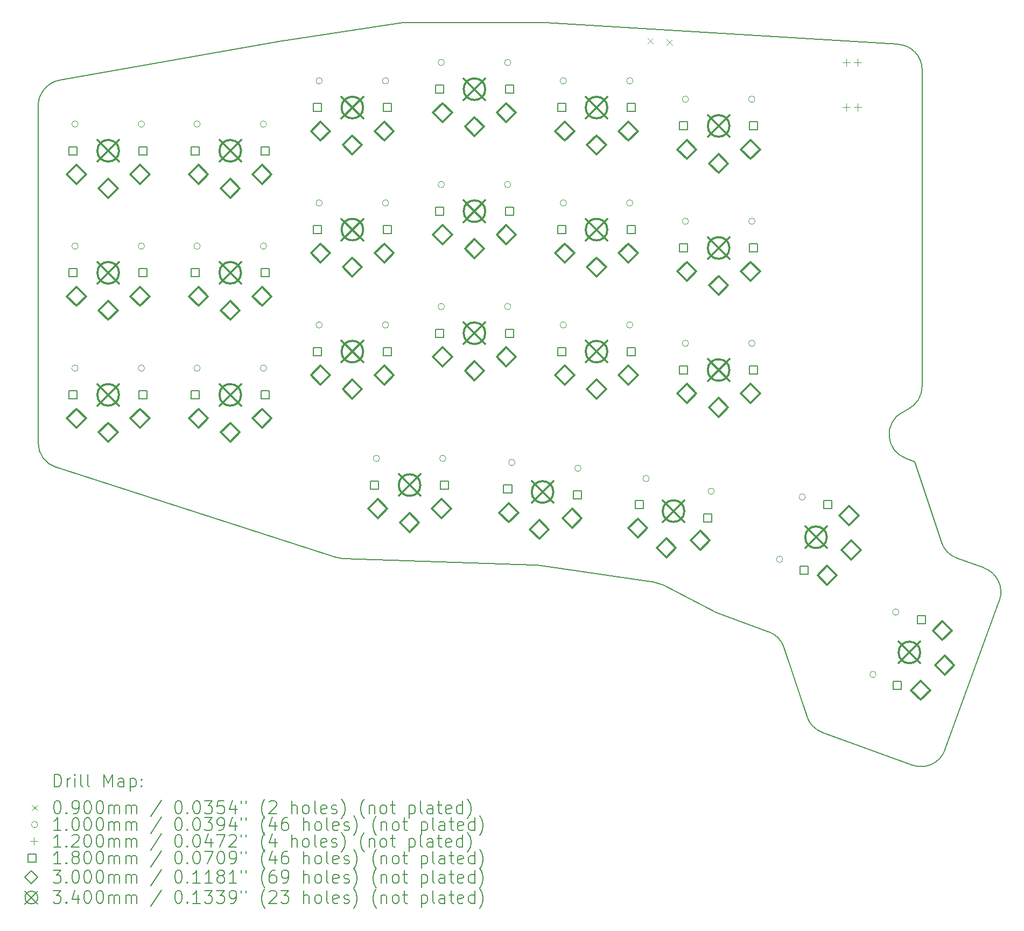
<source format=gbr>
%TF.GenerationSoftware,KiCad,Pcbnew,7.0.7*%
%TF.CreationDate,2023-09-27T23:28:37-04:00*%
%TF.ProjectId,keybear-chocolate,6b657962-6561-4722-9d63-686f636f6c61,v1.0.0*%
%TF.SameCoordinates,Original*%
%TF.FileFunction,Drillmap*%
%TF.FilePolarity,Positive*%
%FSLAX45Y45*%
G04 Gerber Fmt 4.5, Leading zero omitted, Abs format (unit mm)*
G04 Created by KiCad (PCBNEW 7.0.7) date 2023-09-27 23:28:37*
%MOMM*%
%LPD*%
G01*
G04 APERTURE LIST*
%ADD10C,0.150000*%
%ADD11C,0.200000*%
%ADD12C,0.090000*%
%ADD13C,0.100000*%
%ADD14C,0.120000*%
%ADD15C,0.180000*%
%ADD16C,0.300000*%
%ADD17C,0.340000*%
G04 APERTURE END LIST*
D10*
X27800004Y-9884986D02*
G75*
G03*
X27424734Y-9485751I-400004J-4D01*
G01*
X27495003Y-15269576D02*
G75*
G03*
X27544532Y-15999394I186337J-353944D01*
G01*
X28346420Y-17568271D02*
X28775382Y-17724401D01*
X19689936Y-9141000D02*
G75*
G03*
X19630398Y-9145456I4J-400011D01*
G01*
X29014452Y-18237086D02*
G75*
G03*
X28775382Y-17724401I-375882J136806D01*
G01*
X27544532Y-15999394D02*
X27682299Y-16049537D01*
X28103605Y-17318439D02*
G75*
G03*
X28346420Y-17568271I379625J126049D01*
G01*
X21752339Y-17682171D02*
G75*
G03*
X21707917Y-17678189I-57869J-395779D01*
G01*
X27646714Y-20825392D02*
G75*
G03*
X28159401Y-20586317I136806J375882D01*
G01*
X17745116Y-9429230D02*
X19630398Y-9145456D01*
X27682299Y-16049537D02*
X28103606Y-17318438D01*
X24557609Y-18420581D02*
G75*
G03*
X24604249Y-18441005I183461J355471D01*
G01*
X29014452Y-18237086D02*
X28159401Y-20586317D01*
X25385117Y-18725218D02*
X24604248Y-18441005D01*
X21707917Y-17678189D02*
X18695858Y-17576879D01*
X25988261Y-20060303D02*
G75*
G03*
X26231076Y-20310136I379619J126043D01*
G01*
X27646716Y-20825386D02*
X26231076Y-20310135D01*
X23729587Y-17993243D02*
G75*
G03*
X23604008Y-17952905I-183447J-355457D01*
G01*
X21879324Y-9142881D02*
G75*
G03*
X21840585Y-9141000I-38744J-398129D01*
G01*
X25988262Y-20060303D02*
X25627931Y-18975051D01*
X27586340Y-15221485D02*
G75*
G03*
X27800000Y-14867539I-186340J353945D01*
G01*
X18586796Y-17557883D02*
X14177492Y-16139278D01*
X14230252Y-10051518D02*
X17734906Y-9430902D01*
X27586340Y-15221484D02*
X27495000Y-15269571D01*
X23604008Y-17952905D02*
X21752339Y-17682171D01*
X17745116Y-9429230D02*
G75*
G03*
X17734906Y-9430902I59554J-395640D01*
G01*
X18586796Y-17557884D02*
G75*
G03*
X18695858Y-17576879I122504J380774D01*
G01*
X27800000Y-14867539D02*
X27800000Y-9884986D01*
X13900000Y-15758500D02*
G75*
G03*
X14177492Y-16139278I400000J0D01*
G01*
X25627928Y-18975052D02*
G75*
G03*
X25385117Y-18725218I-379619J-126038D01*
G01*
X24557609Y-18420581D02*
X23729586Y-17993243D01*
X19689936Y-9141000D02*
X21840585Y-9141000D01*
X14230252Y-10051518D02*
G75*
G03*
X13900000Y-10445390I69748J-393872D01*
G01*
X21879324Y-9142880D02*
X27424734Y-9485751D01*
X13900000Y-15758500D02*
X13900000Y-10445390D01*
D11*
D12*
X23481163Y-9388022D02*
X23571163Y-9478022D01*
X23571163Y-9388022D02*
X23481163Y-9478022D01*
X23780603Y-9406336D02*
X23870603Y-9496336D01*
X23870603Y-9406336D02*
X23780603Y-9496336D01*
D13*
X14528000Y-10740000D02*
G75*
G03*
X14528000Y-10740000I-50000J0D01*
G01*
X14528000Y-12660000D02*
G75*
G03*
X14528000Y-12660000I-50000J0D01*
G01*
X14528000Y-14580000D02*
G75*
G03*
X14528000Y-14580000I-50000J0D01*
G01*
X15572000Y-10740000D02*
G75*
G03*
X15572000Y-10740000I-50000J0D01*
G01*
X15572000Y-12660000D02*
G75*
G03*
X15572000Y-12660000I-50000J0D01*
G01*
X15572000Y-14580000D02*
G75*
G03*
X15572000Y-14580000I-50000J0D01*
G01*
X16448000Y-10740000D02*
G75*
G03*
X16448000Y-10740000I-50000J0D01*
G01*
X16448000Y-12660000D02*
G75*
G03*
X16448000Y-12660000I-50000J0D01*
G01*
X16448000Y-14580000D02*
G75*
G03*
X16448000Y-14580000I-50000J0D01*
G01*
X17492000Y-10740000D02*
G75*
G03*
X17492000Y-10740000I-50000J0D01*
G01*
X17492000Y-12660000D02*
G75*
G03*
X17492000Y-12660000I-50000J0D01*
G01*
X17492000Y-14580000D02*
G75*
G03*
X17492000Y-14580000I-50000J0D01*
G01*
X18368000Y-10060000D02*
G75*
G03*
X18368000Y-10060000I-50000J0D01*
G01*
X18368000Y-11980000D02*
G75*
G03*
X18368000Y-11980000I-50000J0D01*
G01*
X18368000Y-13900000D02*
G75*
G03*
X18368000Y-13900000I-50000J0D01*
G01*
X19268000Y-16000000D02*
G75*
G03*
X19268000Y-16000000I-50000J0D01*
G01*
X19412000Y-10060000D02*
G75*
G03*
X19412000Y-10060000I-50000J0D01*
G01*
X19412000Y-11980000D02*
G75*
G03*
X19412000Y-11980000I-50000J0D01*
G01*
X19412000Y-13900000D02*
G75*
G03*
X19412000Y-13900000I-50000J0D01*
G01*
X20288000Y-9771000D02*
G75*
G03*
X20288000Y-9771000I-50000J0D01*
G01*
X20288000Y-11691000D02*
G75*
G03*
X20288000Y-11691000I-50000J0D01*
G01*
X20288000Y-13611000D02*
G75*
G03*
X20288000Y-13611000I-50000J0D01*
G01*
X20312000Y-16000000D02*
G75*
G03*
X20312000Y-16000000I-50000J0D01*
G01*
X21332000Y-9771000D02*
G75*
G03*
X21332000Y-9771000I-50000J0D01*
G01*
X21332000Y-11691000D02*
G75*
G03*
X21332000Y-11691000I-50000J0D01*
G01*
X21332000Y-13611000D02*
G75*
G03*
X21332000Y-13611000I-50000J0D01*
G01*
X21397496Y-16064438D02*
G75*
G03*
X21397496Y-16064438I-50000J0D01*
G01*
X22208000Y-10060000D02*
G75*
G03*
X22208000Y-10060000I-50000J0D01*
G01*
X22208000Y-11980000D02*
G75*
G03*
X22208000Y-11980000I-50000J0D01*
G01*
X22208000Y-13900000D02*
G75*
G03*
X22208000Y-13900000I-50000J0D01*
G01*
X22437523Y-16155428D02*
G75*
G03*
X22437523Y-16155428I-50000J0D01*
G01*
X23252000Y-10060000D02*
G75*
G03*
X23252000Y-10060000I-50000J0D01*
G01*
X23252000Y-11980000D02*
G75*
G03*
X23252000Y-11980000I-50000J0D01*
G01*
X23252000Y-13900000D02*
G75*
G03*
X23252000Y-13900000I-50000J0D01*
G01*
X23508283Y-16316913D02*
G75*
G03*
X23508283Y-16316913I-50000J0D01*
G01*
X24128000Y-10349000D02*
G75*
G03*
X24128000Y-10349000I-50000J0D01*
G01*
X24128000Y-12269000D02*
G75*
G03*
X24128000Y-12269000I-50000J0D01*
G01*
X24128000Y-14189000D02*
G75*
G03*
X24128000Y-14189000I-50000J0D01*
G01*
X24533102Y-16516118D02*
G75*
G03*
X24533102Y-16516118I-50000J0D01*
G01*
X25172000Y-10349000D02*
G75*
G03*
X25172000Y-10349000I-50000J0D01*
G01*
X25172000Y-12269000D02*
G75*
G03*
X25172000Y-12269000I-50000J0D01*
G01*
X25172000Y-14189000D02*
G75*
G03*
X25172000Y-14189000I-50000J0D01*
G01*
X25608083Y-17587780D02*
G75*
G03*
X25608083Y-17587780I-50000J0D01*
G01*
X25965152Y-16606741D02*
G75*
G03*
X25965152Y-16606741I-50000J0D01*
G01*
X27077044Y-19399451D02*
G75*
G03*
X27077044Y-19399451I-50000J0D01*
G01*
X27434113Y-18418412D02*
G75*
G03*
X27434113Y-18418412I-50000J0D01*
G01*
D14*
X26607900Y-9711600D02*
X26607900Y-9831600D01*
X26547900Y-9771600D02*
X26667900Y-9771600D01*
X26607900Y-10411600D02*
X26607900Y-10531600D01*
X26547900Y-10471600D02*
X26667900Y-10471600D01*
X26782900Y-9711600D02*
X26782900Y-9831600D01*
X26722900Y-9771600D02*
X26842900Y-9771600D01*
X26782900Y-10411600D02*
X26782900Y-10531600D01*
X26722900Y-10471600D02*
X26842900Y-10471600D01*
D15*
X14513640Y-11223640D02*
X14513640Y-11096360D01*
X14386360Y-11096360D01*
X14386360Y-11223640D01*
X14513640Y-11223640D01*
X14513640Y-13143640D02*
X14513640Y-13016360D01*
X14386360Y-13016360D01*
X14386360Y-13143640D01*
X14513640Y-13143640D01*
X14513640Y-15063640D02*
X14513640Y-14936360D01*
X14386360Y-14936360D01*
X14386360Y-15063640D01*
X14513640Y-15063640D01*
X15613640Y-11223640D02*
X15613640Y-11096360D01*
X15486360Y-11096360D01*
X15486360Y-11223640D01*
X15613640Y-11223640D01*
X15613640Y-13143640D02*
X15613640Y-13016360D01*
X15486360Y-13016360D01*
X15486360Y-13143640D01*
X15613640Y-13143640D01*
X15613640Y-15063640D02*
X15613640Y-14936360D01*
X15486360Y-14936360D01*
X15486360Y-15063640D01*
X15613640Y-15063640D01*
X16433640Y-11223640D02*
X16433640Y-11096360D01*
X16306360Y-11096360D01*
X16306360Y-11223640D01*
X16433640Y-11223640D01*
X16433640Y-13143640D02*
X16433640Y-13016360D01*
X16306360Y-13016360D01*
X16306360Y-13143640D01*
X16433640Y-13143640D01*
X16433640Y-15063640D02*
X16433640Y-14936360D01*
X16306360Y-14936360D01*
X16306360Y-15063640D01*
X16433640Y-15063640D01*
X17533640Y-11223640D02*
X17533640Y-11096360D01*
X17406360Y-11096360D01*
X17406360Y-11223640D01*
X17533640Y-11223640D01*
X17533640Y-13143640D02*
X17533640Y-13016360D01*
X17406360Y-13016360D01*
X17406360Y-13143640D01*
X17533640Y-13143640D01*
X17533640Y-15063640D02*
X17533640Y-14936360D01*
X17406360Y-14936360D01*
X17406360Y-15063640D01*
X17533640Y-15063640D01*
X18353640Y-10543640D02*
X18353640Y-10416360D01*
X18226360Y-10416360D01*
X18226360Y-10543640D01*
X18353640Y-10543640D01*
X18353640Y-12463640D02*
X18353640Y-12336360D01*
X18226360Y-12336360D01*
X18226360Y-12463640D01*
X18353640Y-12463640D01*
X18353640Y-14383640D02*
X18353640Y-14256360D01*
X18226360Y-14256360D01*
X18226360Y-14383640D01*
X18353640Y-14383640D01*
X19253640Y-16483640D02*
X19253640Y-16356360D01*
X19126360Y-16356360D01*
X19126360Y-16483640D01*
X19253640Y-16483640D01*
X19453640Y-10543640D02*
X19453640Y-10416360D01*
X19326360Y-10416360D01*
X19326360Y-10543640D01*
X19453640Y-10543640D01*
X19453640Y-12463640D02*
X19453640Y-12336360D01*
X19326360Y-12336360D01*
X19326360Y-12463640D01*
X19453640Y-12463640D01*
X19453640Y-14383640D02*
X19453640Y-14256360D01*
X19326360Y-14256360D01*
X19326360Y-14383640D01*
X19453640Y-14383640D01*
X20273640Y-10254640D02*
X20273640Y-10127360D01*
X20146360Y-10127360D01*
X20146360Y-10254640D01*
X20273640Y-10254640D01*
X20273640Y-12174640D02*
X20273640Y-12047360D01*
X20146360Y-12047360D01*
X20146360Y-12174640D01*
X20273640Y-12174640D01*
X20273640Y-14094640D02*
X20273640Y-13967360D01*
X20146360Y-13967360D01*
X20146360Y-14094640D01*
X20273640Y-14094640D01*
X20353640Y-16483640D02*
X20353640Y-16356360D01*
X20226360Y-16356360D01*
X20226360Y-16483640D01*
X20353640Y-16483640D01*
X21346637Y-16544039D02*
X21346637Y-16416759D01*
X21219357Y-16416759D01*
X21219357Y-16544039D01*
X21346637Y-16544039D01*
X21373640Y-10254640D02*
X21373640Y-10127360D01*
X21246360Y-10127360D01*
X21246360Y-10254640D01*
X21373640Y-10254640D01*
X21373640Y-12174640D02*
X21373640Y-12047360D01*
X21246360Y-12047360D01*
X21246360Y-12174640D01*
X21373640Y-12174640D01*
X21373640Y-14094640D02*
X21373640Y-13967360D01*
X21246360Y-13967360D01*
X21246360Y-14094640D01*
X21373640Y-14094640D01*
X22193640Y-10543640D02*
X22193640Y-10416360D01*
X22066360Y-10416360D01*
X22066360Y-10543640D01*
X22193640Y-10543640D01*
X22193640Y-12463640D02*
X22193640Y-12336360D01*
X22066360Y-12336360D01*
X22066360Y-12463640D01*
X22193640Y-12463640D01*
X22193640Y-14383640D02*
X22193640Y-14256360D01*
X22066360Y-14256360D01*
X22066360Y-14383640D01*
X22193640Y-14383640D01*
X22442451Y-16639911D02*
X22442451Y-16512630D01*
X22315171Y-16512630D01*
X22315171Y-16639911D01*
X22442451Y-16639911D01*
X23293640Y-10543640D02*
X23293640Y-10416360D01*
X23166360Y-10416360D01*
X23166360Y-10543640D01*
X23293640Y-10543640D01*
X23293640Y-12463640D02*
X23293640Y-12336360D01*
X23166360Y-12336360D01*
X23166360Y-12463640D01*
X23293640Y-12463640D01*
X23293640Y-14383640D02*
X23293640Y-14256360D01*
X23166360Y-14256360D01*
X23166360Y-14383640D01*
X23293640Y-14383640D01*
X23414298Y-16787494D02*
X23414298Y-16660214D01*
X23287018Y-16660214D01*
X23287018Y-16787494D01*
X23414298Y-16787494D01*
X24113640Y-10832640D02*
X24113640Y-10705360D01*
X23986360Y-10705360D01*
X23986360Y-10832640D01*
X24113640Y-10832640D01*
X24113640Y-12752640D02*
X24113640Y-12625360D01*
X23986360Y-12625360D01*
X23986360Y-12752640D01*
X24113640Y-12752640D01*
X24113640Y-14672640D02*
X24113640Y-14545360D01*
X23986360Y-14545360D01*
X23986360Y-14672640D01*
X24113640Y-14672640D01*
X24494088Y-16997384D02*
X24494088Y-16870103D01*
X24366808Y-16870103D01*
X24366808Y-16997384D01*
X24494088Y-16997384D01*
X25213640Y-10832640D02*
X25213640Y-10705360D01*
X25086360Y-10705360D01*
X25086360Y-10832640D01*
X25213640Y-10832640D01*
X25213640Y-12752640D02*
X25213640Y-12625360D01*
X25086360Y-12625360D01*
X25086360Y-12752640D01*
X25213640Y-12752640D01*
X25213640Y-14672640D02*
X25213640Y-14545360D01*
X25086360Y-14545360D01*
X25086360Y-14672640D01*
X25213640Y-14672640D01*
X26006817Y-17821380D02*
X26006817Y-17694100D01*
X25879537Y-17694100D01*
X25879537Y-17821380D01*
X26006817Y-17821380D01*
X26383039Y-16787718D02*
X26383039Y-16660438D01*
X26255759Y-16660438D01*
X26255759Y-16787718D01*
X26383039Y-16787718D01*
X27475778Y-19633051D02*
X27475778Y-19505771D01*
X27348498Y-19505771D01*
X27348498Y-19633051D01*
X27475778Y-19633051D01*
X27852000Y-18599390D02*
X27852000Y-18472109D01*
X27724720Y-18472109D01*
X27724720Y-18599390D01*
X27852000Y-18599390D01*
D16*
X14500000Y-11680000D02*
X14650000Y-11530000D01*
X14500000Y-11380000D01*
X14350000Y-11530000D01*
X14500000Y-11680000D01*
X14500000Y-13600000D02*
X14650000Y-13450000D01*
X14500000Y-13300000D01*
X14350000Y-13450000D01*
X14500000Y-13600000D01*
X14500000Y-15520000D02*
X14650000Y-15370000D01*
X14500000Y-15220000D01*
X14350000Y-15370000D01*
X14500000Y-15520000D01*
X15000000Y-11900000D02*
X15150000Y-11750000D01*
X15000000Y-11600000D01*
X14850000Y-11750000D01*
X15000000Y-11900000D01*
X15000000Y-13820000D02*
X15150000Y-13670000D01*
X15000000Y-13520000D01*
X14850000Y-13670000D01*
X15000000Y-13820000D01*
X15000000Y-15740000D02*
X15150000Y-15590000D01*
X15000000Y-15440000D01*
X14850000Y-15590000D01*
X15000000Y-15740000D01*
X15500000Y-11680000D02*
X15650000Y-11530000D01*
X15500000Y-11380000D01*
X15350000Y-11530000D01*
X15500000Y-11680000D01*
X15500000Y-13600000D02*
X15650000Y-13450000D01*
X15500000Y-13300000D01*
X15350000Y-13450000D01*
X15500000Y-13600000D01*
X15500000Y-15520000D02*
X15650000Y-15370000D01*
X15500000Y-15220000D01*
X15350000Y-15370000D01*
X15500000Y-15520000D01*
X16420000Y-11680000D02*
X16570000Y-11530000D01*
X16420000Y-11380000D01*
X16270000Y-11530000D01*
X16420000Y-11680000D01*
X16420000Y-13600000D02*
X16570000Y-13450000D01*
X16420000Y-13300000D01*
X16270000Y-13450000D01*
X16420000Y-13600000D01*
X16420000Y-15520000D02*
X16570000Y-15370000D01*
X16420000Y-15220000D01*
X16270000Y-15370000D01*
X16420000Y-15520000D01*
X16920000Y-11900000D02*
X17070000Y-11750000D01*
X16920000Y-11600000D01*
X16770000Y-11750000D01*
X16920000Y-11900000D01*
X16920000Y-13820000D02*
X17070000Y-13670000D01*
X16920000Y-13520000D01*
X16770000Y-13670000D01*
X16920000Y-13820000D01*
X16920000Y-15740000D02*
X17070000Y-15590000D01*
X16920000Y-15440000D01*
X16770000Y-15590000D01*
X16920000Y-15740000D01*
X17420000Y-11680000D02*
X17570000Y-11530000D01*
X17420000Y-11380000D01*
X17270000Y-11530000D01*
X17420000Y-11680000D01*
X17420000Y-13600000D02*
X17570000Y-13450000D01*
X17420000Y-13300000D01*
X17270000Y-13450000D01*
X17420000Y-13600000D01*
X17420000Y-15520000D02*
X17570000Y-15370000D01*
X17420000Y-15220000D01*
X17270000Y-15370000D01*
X17420000Y-15520000D01*
X18340000Y-11000000D02*
X18490000Y-10850000D01*
X18340000Y-10700000D01*
X18190000Y-10850000D01*
X18340000Y-11000000D01*
X18340000Y-12920000D02*
X18490000Y-12770000D01*
X18340000Y-12620000D01*
X18190000Y-12770000D01*
X18340000Y-12920000D01*
X18340000Y-14840000D02*
X18490000Y-14690000D01*
X18340000Y-14540000D01*
X18190000Y-14690000D01*
X18340000Y-14840000D01*
X18840000Y-11220000D02*
X18990000Y-11070000D01*
X18840000Y-10920000D01*
X18690000Y-11070000D01*
X18840000Y-11220000D01*
X18840000Y-13140000D02*
X18990000Y-12990000D01*
X18840000Y-12840000D01*
X18690000Y-12990000D01*
X18840000Y-13140000D01*
X18840000Y-15060000D02*
X18990000Y-14910000D01*
X18840000Y-14760000D01*
X18690000Y-14910000D01*
X18840000Y-15060000D01*
X19240000Y-16940000D02*
X19390000Y-16790000D01*
X19240000Y-16640000D01*
X19090000Y-16790000D01*
X19240000Y-16940000D01*
X19340000Y-11000000D02*
X19490000Y-10850000D01*
X19340000Y-10700000D01*
X19190000Y-10850000D01*
X19340000Y-11000000D01*
X19340000Y-12920000D02*
X19490000Y-12770000D01*
X19340000Y-12620000D01*
X19190000Y-12770000D01*
X19340000Y-12920000D01*
X19340000Y-14840000D02*
X19490000Y-14690000D01*
X19340000Y-14540000D01*
X19190000Y-14690000D01*
X19340000Y-14840000D01*
X19740000Y-17160000D02*
X19890000Y-17010000D01*
X19740000Y-16860000D01*
X19590000Y-17010000D01*
X19740000Y-17160000D01*
X20240000Y-16940000D02*
X20390000Y-16790000D01*
X20240000Y-16640000D01*
X20090000Y-16790000D01*
X20240000Y-16940000D01*
X20260000Y-10711000D02*
X20410000Y-10561000D01*
X20260000Y-10411000D01*
X20110000Y-10561000D01*
X20260000Y-10711000D01*
X20260000Y-12631000D02*
X20410000Y-12481000D01*
X20260000Y-12331000D01*
X20110000Y-12481000D01*
X20260000Y-12631000D01*
X20260000Y-14551000D02*
X20410000Y-14401000D01*
X20260000Y-14251000D01*
X20110000Y-14401000D01*
X20260000Y-14551000D01*
X20760000Y-10931000D02*
X20910000Y-10781000D01*
X20760000Y-10631000D01*
X20610000Y-10781000D01*
X20760000Y-10931000D01*
X20760000Y-12851000D02*
X20910000Y-12701000D01*
X20760000Y-12551000D01*
X20610000Y-12701000D01*
X20760000Y-12851000D01*
X20760000Y-14771000D02*
X20910000Y-14621000D01*
X20760000Y-14471000D01*
X20610000Y-14621000D01*
X20760000Y-14771000D01*
X21260000Y-10711000D02*
X21410000Y-10561000D01*
X21260000Y-10411000D01*
X21110000Y-10561000D01*
X21260000Y-10711000D01*
X21260000Y-12631000D02*
X21410000Y-12481000D01*
X21260000Y-12331000D01*
X21110000Y-12481000D01*
X21260000Y-12631000D01*
X21260000Y-14551000D02*
X21410000Y-14401000D01*
X21260000Y-14251000D01*
X21110000Y-14401000D01*
X21260000Y-14551000D01*
X21300559Y-17003349D02*
X21450559Y-16853349D01*
X21300559Y-16703349D01*
X21150559Y-16853349D01*
X21300559Y-17003349D01*
X21779482Y-17266090D02*
X21929482Y-17116090D01*
X21779482Y-16966090D01*
X21629482Y-17116090D01*
X21779482Y-17266090D01*
X22180000Y-11000000D02*
X22330000Y-10850000D01*
X22180000Y-10700000D01*
X22030000Y-10850000D01*
X22180000Y-11000000D01*
X22180000Y-12920000D02*
X22330000Y-12770000D01*
X22180000Y-12620000D01*
X22030000Y-12770000D01*
X22180000Y-12920000D01*
X22180000Y-14840000D02*
X22330000Y-14690000D01*
X22180000Y-14540000D01*
X22030000Y-14690000D01*
X22180000Y-14840000D01*
X22296754Y-17090505D02*
X22446754Y-16940505D01*
X22296754Y-16790505D01*
X22146754Y-16940505D01*
X22296754Y-17090505D01*
X22680000Y-11220000D02*
X22830000Y-11070000D01*
X22680000Y-10920000D01*
X22530000Y-11070000D01*
X22680000Y-11220000D01*
X22680000Y-13140000D02*
X22830000Y-12990000D01*
X22680000Y-12840000D01*
X22530000Y-12990000D01*
X22680000Y-13140000D01*
X22680000Y-15060000D02*
X22830000Y-14910000D01*
X22680000Y-14760000D01*
X22530000Y-14910000D01*
X22680000Y-15060000D01*
X23180000Y-11000000D02*
X23330000Y-10850000D01*
X23180000Y-10700000D01*
X23030000Y-10850000D01*
X23180000Y-11000000D01*
X23180000Y-12920000D02*
X23330000Y-12770000D01*
X23180000Y-12620000D01*
X23030000Y-12770000D01*
X23180000Y-12920000D01*
X23180000Y-14840000D02*
X23330000Y-14690000D01*
X23180000Y-14540000D01*
X23030000Y-14690000D01*
X23180000Y-14840000D01*
X23329140Y-17246596D02*
X23479140Y-17096596D01*
X23329140Y-16946596D01*
X23179140Y-17096596D01*
X23329140Y-17246596D01*
X23777976Y-17557959D02*
X23927976Y-17407959D01*
X23777976Y-17257959D01*
X23627976Y-17407959D01*
X23777976Y-17557959D01*
X24100000Y-11289000D02*
X24250000Y-11139000D01*
X24100000Y-10989000D01*
X23950000Y-11139000D01*
X24100000Y-11289000D01*
X24100000Y-13209000D02*
X24250000Y-13059000D01*
X24100000Y-12909000D01*
X23950000Y-13059000D01*
X24100000Y-13209000D01*
X24100000Y-15129000D02*
X24250000Y-14979000D01*
X24100000Y-14829000D01*
X23950000Y-14979000D01*
X24100000Y-15129000D01*
X24310767Y-17437405D02*
X24460767Y-17287405D01*
X24310767Y-17137405D01*
X24160767Y-17287405D01*
X24310767Y-17437405D01*
X24600000Y-11509000D02*
X24750000Y-11359000D01*
X24600000Y-11209000D01*
X24450000Y-11359000D01*
X24600000Y-11509000D01*
X24600000Y-13429000D02*
X24750000Y-13279000D01*
X24600000Y-13129000D01*
X24450000Y-13279000D01*
X24600000Y-13429000D01*
X24600000Y-15349000D02*
X24750000Y-15199000D01*
X24600000Y-15049000D01*
X24450000Y-15199000D01*
X24600000Y-15349000D01*
X25100000Y-11289000D02*
X25250000Y-11139000D01*
X25100000Y-10989000D01*
X24950000Y-11139000D01*
X25100000Y-11289000D01*
X25100000Y-13209000D02*
X25250000Y-13059000D01*
X25100000Y-12909000D01*
X24950000Y-13059000D01*
X25100000Y-13209000D01*
X25100000Y-15129000D02*
X25250000Y-14979000D01*
X25100000Y-14829000D01*
X24950000Y-14979000D01*
X25100000Y-15129000D01*
X26307964Y-17987303D02*
X26457964Y-17837303D01*
X26307964Y-17687303D01*
X26157964Y-17837303D01*
X26307964Y-17987303D01*
X26649984Y-17047610D02*
X26799984Y-16897610D01*
X26649984Y-16747610D01*
X26499984Y-16897610D01*
X26649984Y-17047610D01*
X26685707Y-17592701D02*
X26835707Y-17442701D01*
X26685707Y-17292701D01*
X26535707Y-17442701D01*
X26685707Y-17592701D01*
X27776925Y-19798974D02*
X27926925Y-19648974D01*
X27776925Y-19498974D01*
X27626925Y-19648974D01*
X27776925Y-19798974D01*
X28118945Y-18859281D02*
X28268945Y-18709281D01*
X28118945Y-18559281D01*
X27968945Y-18709281D01*
X28118945Y-18859281D01*
X28154668Y-19404372D02*
X28304668Y-19254372D01*
X28154668Y-19104372D01*
X28004668Y-19254372D01*
X28154668Y-19404372D01*
D17*
X14830000Y-10990000D02*
X15170000Y-11330000D01*
X15170000Y-10990000D02*
X14830000Y-11330000D01*
X15170000Y-11160000D02*
G75*
G03*
X15170000Y-11160000I-170000J0D01*
G01*
X14830000Y-12910000D02*
X15170000Y-13250000D01*
X15170000Y-12910000D02*
X14830000Y-13250000D01*
X15170000Y-13080000D02*
G75*
G03*
X15170000Y-13080000I-170000J0D01*
G01*
X14830000Y-14830000D02*
X15170000Y-15170000D01*
X15170000Y-14830000D02*
X14830000Y-15170000D01*
X15170000Y-15000000D02*
G75*
G03*
X15170000Y-15000000I-170000J0D01*
G01*
X16750000Y-10990000D02*
X17090000Y-11330000D01*
X17090000Y-10990000D02*
X16750000Y-11330000D01*
X17090000Y-11160000D02*
G75*
G03*
X17090000Y-11160000I-170000J0D01*
G01*
X16750000Y-12910000D02*
X17090000Y-13250000D01*
X17090000Y-12910000D02*
X16750000Y-13250000D01*
X17090000Y-13080000D02*
G75*
G03*
X17090000Y-13080000I-170000J0D01*
G01*
X16750000Y-14830000D02*
X17090000Y-15170000D01*
X17090000Y-14830000D02*
X16750000Y-15170000D01*
X17090000Y-15000000D02*
G75*
G03*
X17090000Y-15000000I-170000J0D01*
G01*
X18670000Y-10310000D02*
X19010000Y-10650000D01*
X19010000Y-10310000D02*
X18670000Y-10650000D01*
X19010000Y-10480000D02*
G75*
G03*
X19010000Y-10480000I-170000J0D01*
G01*
X18670000Y-12230000D02*
X19010000Y-12570000D01*
X19010000Y-12230000D02*
X18670000Y-12570000D01*
X19010000Y-12400000D02*
G75*
G03*
X19010000Y-12400000I-170000J0D01*
G01*
X18670000Y-14150000D02*
X19010000Y-14490000D01*
X19010000Y-14150000D02*
X18670000Y-14490000D01*
X19010000Y-14320000D02*
G75*
G03*
X19010000Y-14320000I-170000J0D01*
G01*
X19570000Y-16250000D02*
X19910000Y-16590000D01*
X19910000Y-16250000D02*
X19570000Y-16590000D01*
X19910000Y-16420000D02*
G75*
G03*
X19910000Y-16420000I-170000J0D01*
G01*
X20590000Y-10021000D02*
X20930000Y-10361000D01*
X20930000Y-10021000D02*
X20590000Y-10361000D01*
X20930000Y-10191000D02*
G75*
G03*
X20930000Y-10191000I-170000J0D01*
G01*
X20590000Y-11941000D02*
X20930000Y-12281000D01*
X20930000Y-11941000D02*
X20590000Y-12281000D01*
X20930000Y-12111000D02*
G75*
G03*
X20930000Y-12111000I-170000J0D01*
G01*
X20590000Y-13861000D02*
X20930000Y-14201000D01*
X20930000Y-13861000D02*
X20590000Y-14201000D01*
X20930000Y-14031000D02*
G75*
G03*
X20930000Y-14031000I-170000J0D01*
G01*
X21660904Y-16358335D02*
X22000904Y-16698335D01*
X22000904Y-16358335D02*
X21660904Y-16698335D01*
X22000904Y-16528335D02*
G75*
G03*
X22000904Y-16528335I-170000J0D01*
G01*
X22510000Y-10310000D02*
X22850000Y-10650000D01*
X22850000Y-10310000D02*
X22510000Y-10650000D01*
X22850000Y-10480000D02*
G75*
G03*
X22850000Y-10480000I-170000J0D01*
G01*
X22510000Y-12230000D02*
X22850000Y-12570000D01*
X22850000Y-12230000D02*
X22510000Y-12570000D01*
X22850000Y-12400000D02*
G75*
G03*
X22850000Y-12400000I-170000J0D01*
G01*
X22510000Y-14150000D02*
X22850000Y-14490000D01*
X22850000Y-14150000D02*
X22510000Y-14490000D01*
X22850000Y-14320000D02*
G75*
G03*
X22850000Y-14320000I-170000J0D01*
G01*
X23720553Y-16658799D02*
X24060553Y-16998799D01*
X24060553Y-16658799D02*
X23720553Y-16998799D01*
X24060553Y-16828799D02*
G75*
G03*
X24060553Y-16828799I-170000J0D01*
G01*
X24430000Y-10599000D02*
X24770000Y-10939000D01*
X24770000Y-10599000D02*
X24430000Y-10939000D01*
X24770000Y-10769000D02*
G75*
G03*
X24770000Y-10769000I-170000J0D01*
G01*
X24430000Y-12519000D02*
X24770000Y-12859000D01*
X24770000Y-12519000D02*
X24430000Y-12859000D01*
X24770000Y-12689000D02*
G75*
G03*
X24770000Y-12689000I-170000J0D01*
G01*
X24430000Y-14439000D02*
X24770000Y-14779000D01*
X24770000Y-14439000D02*
X24430000Y-14779000D01*
X24770000Y-14609000D02*
G75*
G03*
X24770000Y-14609000I-170000J0D01*
G01*
X25961288Y-17070909D02*
X26301288Y-17410909D01*
X26301288Y-17070909D02*
X25961288Y-17410909D01*
X26301288Y-17240909D02*
G75*
G03*
X26301288Y-17240909I-170000J0D01*
G01*
X27430249Y-18882580D02*
X27770249Y-19222580D01*
X27770249Y-18882580D02*
X27430249Y-19222580D01*
X27770249Y-19052580D02*
G75*
G03*
X27770249Y-19052580I-170000J0D01*
G01*
D11*
X14153277Y-21168497D02*
X14153277Y-20968497D01*
X14153277Y-20968497D02*
X14200896Y-20968497D01*
X14200896Y-20968497D02*
X14229467Y-20978021D01*
X14229467Y-20978021D02*
X14248515Y-20997069D01*
X14248515Y-20997069D02*
X14258039Y-21016116D01*
X14258039Y-21016116D02*
X14267562Y-21054212D01*
X14267562Y-21054212D02*
X14267562Y-21082783D01*
X14267562Y-21082783D02*
X14258039Y-21120878D01*
X14258039Y-21120878D02*
X14248515Y-21139926D01*
X14248515Y-21139926D02*
X14229467Y-21158974D01*
X14229467Y-21158974D02*
X14200896Y-21168497D01*
X14200896Y-21168497D02*
X14153277Y-21168497D01*
X14353277Y-21168497D02*
X14353277Y-21035164D01*
X14353277Y-21073259D02*
X14362800Y-21054212D01*
X14362800Y-21054212D02*
X14372324Y-21044688D01*
X14372324Y-21044688D02*
X14391372Y-21035164D01*
X14391372Y-21035164D02*
X14410420Y-21035164D01*
X14477086Y-21168497D02*
X14477086Y-21035164D01*
X14477086Y-20968497D02*
X14467562Y-20978021D01*
X14467562Y-20978021D02*
X14477086Y-20987545D01*
X14477086Y-20987545D02*
X14486610Y-20978021D01*
X14486610Y-20978021D02*
X14477086Y-20968497D01*
X14477086Y-20968497D02*
X14477086Y-20987545D01*
X14600896Y-21168497D02*
X14581848Y-21158974D01*
X14581848Y-21158974D02*
X14572324Y-21139926D01*
X14572324Y-21139926D02*
X14572324Y-20968497D01*
X14705658Y-21168497D02*
X14686610Y-21158974D01*
X14686610Y-21158974D02*
X14677086Y-21139926D01*
X14677086Y-21139926D02*
X14677086Y-20968497D01*
X14934229Y-21168497D02*
X14934229Y-20968497D01*
X14934229Y-20968497D02*
X15000896Y-21111355D01*
X15000896Y-21111355D02*
X15067562Y-20968497D01*
X15067562Y-20968497D02*
X15067562Y-21168497D01*
X15248515Y-21168497D02*
X15248515Y-21063736D01*
X15248515Y-21063736D02*
X15238991Y-21044688D01*
X15238991Y-21044688D02*
X15219943Y-21035164D01*
X15219943Y-21035164D02*
X15181848Y-21035164D01*
X15181848Y-21035164D02*
X15162800Y-21044688D01*
X15248515Y-21158974D02*
X15229467Y-21168497D01*
X15229467Y-21168497D02*
X15181848Y-21168497D01*
X15181848Y-21168497D02*
X15162800Y-21158974D01*
X15162800Y-21158974D02*
X15153277Y-21139926D01*
X15153277Y-21139926D02*
X15153277Y-21120878D01*
X15153277Y-21120878D02*
X15162800Y-21101831D01*
X15162800Y-21101831D02*
X15181848Y-21092307D01*
X15181848Y-21092307D02*
X15229467Y-21092307D01*
X15229467Y-21092307D02*
X15248515Y-21082783D01*
X15343753Y-21035164D02*
X15343753Y-21235164D01*
X15343753Y-21044688D02*
X15362800Y-21035164D01*
X15362800Y-21035164D02*
X15400896Y-21035164D01*
X15400896Y-21035164D02*
X15419943Y-21044688D01*
X15419943Y-21044688D02*
X15429467Y-21054212D01*
X15429467Y-21054212D02*
X15438991Y-21073259D01*
X15438991Y-21073259D02*
X15438991Y-21130402D01*
X15438991Y-21130402D02*
X15429467Y-21149450D01*
X15429467Y-21149450D02*
X15419943Y-21158974D01*
X15419943Y-21158974D02*
X15400896Y-21168497D01*
X15400896Y-21168497D02*
X15362800Y-21168497D01*
X15362800Y-21168497D02*
X15343753Y-21158974D01*
X15524705Y-21149450D02*
X15534229Y-21158974D01*
X15534229Y-21158974D02*
X15524705Y-21168497D01*
X15524705Y-21168497D02*
X15515181Y-21158974D01*
X15515181Y-21158974D02*
X15524705Y-21149450D01*
X15524705Y-21149450D02*
X15524705Y-21168497D01*
X15524705Y-21044688D02*
X15534229Y-21054212D01*
X15534229Y-21054212D02*
X15524705Y-21063736D01*
X15524705Y-21063736D02*
X15515181Y-21054212D01*
X15515181Y-21054212D02*
X15524705Y-21044688D01*
X15524705Y-21044688D02*
X15524705Y-21063736D01*
D12*
X13802500Y-21452014D02*
X13892500Y-21542014D01*
X13892500Y-21452014D02*
X13802500Y-21542014D01*
D11*
X14191372Y-21388497D02*
X14210420Y-21388497D01*
X14210420Y-21388497D02*
X14229467Y-21398021D01*
X14229467Y-21398021D02*
X14238991Y-21407545D01*
X14238991Y-21407545D02*
X14248515Y-21426593D01*
X14248515Y-21426593D02*
X14258039Y-21464688D01*
X14258039Y-21464688D02*
X14258039Y-21512307D01*
X14258039Y-21512307D02*
X14248515Y-21550402D01*
X14248515Y-21550402D02*
X14238991Y-21569450D01*
X14238991Y-21569450D02*
X14229467Y-21578974D01*
X14229467Y-21578974D02*
X14210420Y-21588497D01*
X14210420Y-21588497D02*
X14191372Y-21588497D01*
X14191372Y-21588497D02*
X14172324Y-21578974D01*
X14172324Y-21578974D02*
X14162800Y-21569450D01*
X14162800Y-21569450D02*
X14153277Y-21550402D01*
X14153277Y-21550402D02*
X14143753Y-21512307D01*
X14143753Y-21512307D02*
X14143753Y-21464688D01*
X14143753Y-21464688D02*
X14153277Y-21426593D01*
X14153277Y-21426593D02*
X14162800Y-21407545D01*
X14162800Y-21407545D02*
X14172324Y-21398021D01*
X14172324Y-21398021D02*
X14191372Y-21388497D01*
X14343753Y-21569450D02*
X14353277Y-21578974D01*
X14353277Y-21578974D02*
X14343753Y-21588497D01*
X14343753Y-21588497D02*
X14334229Y-21578974D01*
X14334229Y-21578974D02*
X14343753Y-21569450D01*
X14343753Y-21569450D02*
X14343753Y-21588497D01*
X14448515Y-21588497D02*
X14486610Y-21588497D01*
X14486610Y-21588497D02*
X14505658Y-21578974D01*
X14505658Y-21578974D02*
X14515181Y-21569450D01*
X14515181Y-21569450D02*
X14534229Y-21540878D01*
X14534229Y-21540878D02*
X14543753Y-21502783D01*
X14543753Y-21502783D02*
X14543753Y-21426593D01*
X14543753Y-21426593D02*
X14534229Y-21407545D01*
X14534229Y-21407545D02*
X14524705Y-21398021D01*
X14524705Y-21398021D02*
X14505658Y-21388497D01*
X14505658Y-21388497D02*
X14467562Y-21388497D01*
X14467562Y-21388497D02*
X14448515Y-21398021D01*
X14448515Y-21398021D02*
X14438991Y-21407545D01*
X14438991Y-21407545D02*
X14429467Y-21426593D01*
X14429467Y-21426593D02*
X14429467Y-21474212D01*
X14429467Y-21474212D02*
X14438991Y-21493259D01*
X14438991Y-21493259D02*
X14448515Y-21502783D01*
X14448515Y-21502783D02*
X14467562Y-21512307D01*
X14467562Y-21512307D02*
X14505658Y-21512307D01*
X14505658Y-21512307D02*
X14524705Y-21502783D01*
X14524705Y-21502783D02*
X14534229Y-21493259D01*
X14534229Y-21493259D02*
X14543753Y-21474212D01*
X14667562Y-21388497D02*
X14686610Y-21388497D01*
X14686610Y-21388497D02*
X14705658Y-21398021D01*
X14705658Y-21398021D02*
X14715181Y-21407545D01*
X14715181Y-21407545D02*
X14724705Y-21426593D01*
X14724705Y-21426593D02*
X14734229Y-21464688D01*
X14734229Y-21464688D02*
X14734229Y-21512307D01*
X14734229Y-21512307D02*
X14724705Y-21550402D01*
X14724705Y-21550402D02*
X14715181Y-21569450D01*
X14715181Y-21569450D02*
X14705658Y-21578974D01*
X14705658Y-21578974D02*
X14686610Y-21588497D01*
X14686610Y-21588497D02*
X14667562Y-21588497D01*
X14667562Y-21588497D02*
X14648515Y-21578974D01*
X14648515Y-21578974D02*
X14638991Y-21569450D01*
X14638991Y-21569450D02*
X14629467Y-21550402D01*
X14629467Y-21550402D02*
X14619943Y-21512307D01*
X14619943Y-21512307D02*
X14619943Y-21464688D01*
X14619943Y-21464688D02*
X14629467Y-21426593D01*
X14629467Y-21426593D02*
X14638991Y-21407545D01*
X14638991Y-21407545D02*
X14648515Y-21398021D01*
X14648515Y-21398021D02*
X14667562Y-21388497D01*
X14858039Y-21388497D02*
X14877086Y-21388497D01*
X14877086Y-21388497D02*
X14896134Y-21398021D01*
X14896134Y-21398021D02*
X14905658Y-21407545D01*
X14905658Y-21407545D02*
X14915181Y-21426593D01*
X14915181Y-21426593D02*
X14924705Y-21464688D01*
X14924705Y-21464688D02*
X14924705Y-21512307D01*
X14924705Y-21512307D02*
X14915181Y-21550402D01*
X14915181Y-21550402D02*
X14905658Y-21569450D01*
X14905658Y-21569450D02*
X14896134Y-21578974D01*
X14896134Y-21578974D02*
X14877086Y-21588497D01*
X14877086Y-21588497D02*
X14858039Y-21588497D01*
X14858039Y-21588497D02*
X14838991Y-21578974D01*
X14838991Y-21578974D02*
X14829467Y-21569450D01*
X14829467Y-21569450D02*
X14819943Y-21550402D01*
X14819943Y-21550402D02*
X14810420Y-21512307D01*
X14810420Y-21512307D02*
X14810420Y-21464688D01*
X14810420Y-21464688D02*
X14819943Y-21426593D01*
X14819943Y-21426593D02*
X14829467Y-21407545D01*
X14829467Y-21407545D02*
X14838991Y-21398021D01*
X14838991Y-21398021D02*
X14858039Y-21388497D01*
X15010420Y-21588497D02*
X15010420Y-21455164D01*
X15010420Y-21474212D02*
X15019943Y-21464688D01*
X15019943Y-21464688D02*
X15038991Y-21455164D01*
X15038991Y-21455164D02*
X15067562Y-21455164D01*
X15067562Y-21455164D02*
X15086610Y-21464688D01*
X15086610Y-21464688D02*
X15096134Y-21483736D01*
X15096134Y-21483736D02*
X15096134Y-21588497D01*
X15096134Y-21483736D02*
X15105658Y-21464688D01*
X15105658Y-21464688D02*
X15124705Y-21455164D01*
X15124705Y-21455164D02*
X15153277Y-21455164D01*
X15153277Y-21455164D02*
X15172324Y-21464688D01*
X15172324Y-21464688D02*
X15181848Y-21483736D01*
X15181848Y-21483736D02*
X15181848Y-21588497D01*
X15277086Y-21588497D02*
X15277086Y-21455164D01*
X15277086Y-21474212D02*
X15286610Y-21464688D01*
X15286610Y-21464688D02*
X15305658Y-21455164D01*
X15305658Y-21455164D02*
X15334229Y-21455164D01*
X15334229Y-21455164D02*
X15353277Y-21464688D01*
X15353277Y-21464688D02*
X15362801Y-21483736D01*
X15362801Y-21483736D02*
X15362801Y-21588497D01*
X15362801Y-21483736D02*
X15372324Y-21464688D01*
X15372324Y-21464688D02*
X15391372Y-21455164D01*
X15391372Y-21455164D02*
X15419943Y-21455164D01*
X15419943Y-21455164D02*
X15438991Y-21464688D01*
X15438991Y-21464688D02*
X15448515Y-21483736D01*
X15448515Y-21483736D02*
X15448515Y-21588497D01*
X15838991Y-21378974D02*
X15667563Y-21636116D01*
X16096134Y-21388497D02*
X16115182Y-21388497D01*
X16115182Y-21388497D02*
X16134229Y-21398021D01*
X16134229Y-21398021D02*
X16143753Y-21407545D01*
X16143753Y-21407545D02*
X16153277Y-21426593D01*
X16153277Y-21426593D02*
X16162801Y-21464688D01*
X16162801Y-21464688D02*
X16162801Y-21512307D01*
X16162801Y-21512307D02*
X16153277Y-21550402D01*
X16153277Y-21550402D02*
X16143753Y-21569450D01*
X16143753Y-21569450D02*
X16134229Y-21578974D01*
X16134229Y-21578974D02*
X16115182Y-21588497D01*
X16115182Y-21588497D02*
X16096134Y-21588497D01*
X16096134Y-21588497D02*
X16077086Y-21578974D01*
X16077086Y-21578974D02*
X16067563Y-21569450D01*
X16067563Y-21569450D02*
X16058039Y-21550402D01*
X16058039Y-21550402D02*
X16048515Y-21512307D01*
X16048515Y-21512307D02*
X16048515Y-21464688D01*
X16048515Y-21464688D02*
X16058039Y-21426593D01*
X16058039Y-21426593D02*
X16067563Y-21407545D01*
X16067563Y-21407545D02*
X16077086Y-21398021D01*
X16077086Y-21398021D02*
X16096134Y-21388497D01*
X16248515Y-21569450D02*
X16258039Y-21578974D01*
X16258039Y-21578974D02*
X16248515Y-21588497D01*
X16248515Y-21588497D02*
X16238991Y-21578974D01*
X16238991Y-21578974D02*
X16248515Y-21569450D01*
X16248515Y-21569450D02*
X16248515Y-21588497D01*
X16381848Y-21388497D02*
X16400896Y-21388497D01*
X16400896Y-21388497D02*
X16419944Y-21398021D01*
X16419944Y-21398021D02*
X16429467Y-21407545D01*
X16429467Y-21407545D02*
X16438991Y-21426593D01*
X16438991Y-21426593D02*
X16448515Y-21464688D01*
X16448515Y-21464688D02*
X16448515Y-21512307D01*
X16448515Y-21512307D02*
X16438991Y-21550402D01*
X16438991Y-21550402D02*
X16429467Y-21569450D01*
X16429467Y-21569450D02*
X16419944Y-21578974D01*
X16419944Y-21578974D02*
X16400896Y-21588497D01*
X16400896Y-21588497D02*
X16381848Y-21588497D01*
X16381848Y-21588497D02*
X16362801Y-21578974D01*
X16362801Y-21578974D02*
X16353277Y-21569450D01*
X16353277Y-21569450D02*
X16343753Y-21550402D01*
X16343753Y-21550402D02*
X16334229Y-21512307D01*
X16334229Y-21512307D02*
X16334229Y-21464688D01*
X16334229Y-21464688D02*
X16343753Y-21426593D01*
X16343753Y-21426593D02*
X16353277Y-21407545D01*
X16353277Y-21407545D02*
X16362801Y-21398021D01*
X16362801Y-21398021D02*
X16381848Y-21388497D01*
X16515182Y-21388497D02*
X16638991Y-21388497D01*
X16638991Y-21388497D02*
X16572324Y-21464688D01*
X16572324Y-21464688D02*
X16600896Y-21464688D01*
X16600896Y-21464688D02*
X16619944Y-21474212D01*
X16619944Y-21474212D02*
X16629467Y-21483736D01*
X16629467Y-21483736D02*
X16638991Y-21502783D01*
X16638991Y-21502783D02*
X16638991Y-21550402D01*
X16638991Y-21550402D02*
X16629467Y-21569450D01*
X16629467Y-21569450D02*
X16619944Y-21578974D01*
X16619944Y-21578974D02*
X16600896Y-21588497D01*
X16600896Y-21588497D02*
X16543753Y-21588497D01*
X16543753Y-21588497D02*
X16524705Y-21578974D01*
X16524705Y-21578974D02*
X16515182Y-21569450D01*
X16819944Y-21388497D02*
X16724705Y-21388497D01*
X16724705Y-21388497D02*
X16715182Y-21483736D01*
X16715182Y-21483736D02*
X16724705Y-21474212D01*
X16724705Y-21474212D02*
X16743753Y-21464688D01*
X16743753Y-21464688D02*
X16791372Y-21464688D01*
X16791372Y-21464688D02*
X16810420Y-21474212D01*
X16810420Y-21474212D02*
X16819944Y-21483736D01*
X16819944Y-21483736D02*
X16829467Y-21502783D01*
X16829467Y-21502783D02*
X16829467Y-21550402D01*
X16829467Y-21550402D02*
X16819944Y-21569450D01*
X16819944Y-21569450D02*
X16810420Y-21578974D01*
X16810420Y-21578974D02*
X16791372Y-21588497D01*
X16791372Y-21588497D02*
X16743753Y-21588497D01*
X16743753Y-21588497D02*
X16724705Y-21578974D01*
X16724705Y-21578974D02*
X16715182Y-21569450D01*
X17000896Y-21455164D02*
X17000896Y-21588497D01*
X16953277Y-21378974D02*
X16905658Y-21521831D01*
X16905658Y-21521831D02*
X17029467Y-21521831D01*
X17096134Y-21388497D02*
X17096134Y-21426593D01*
X17172325Y-21388497D02*
X17172325Y-21426593D01*
X17467563Y-21664688D02*
X17458039Y-21655164D01*
X17458039Y-21655164D02*
X17438991Y-21626593D01*
X17438991Y-21626593D02*
X17429468Y-21607545D01*
X17429468Y-21607545D02*
X17419944Y-21578974D01*
X17419944Y-21578974D02*
X17410420Y-21531355D01*
X17410420Y-21531355D02*
X17410420Y-21493259D01*
X17410420Y-21493259D02*
X17419944Y-21445640D01*
X17419944Y-21445640D02*
X17429468Y-21417069D01*
X17429468Y-21417069D02*
X17438991Y-21398021D01*
X17438991Y-21398021D02*
X17458039Y-21369450D01*
X17458039Y-21369450D02*
X17467563Y-21359926D01*
X17534229Y-21407545D02*
X17543753Y-21398021D01*
X17543753Y-21398021D02*
X17562801Y-21388497D01*
X17562801Y-21388497D02*
X17610420Y-21388497D01*
X17610420Y-21388497D02*
X17629468Y-21398021D01*
X17629468Y-21398021D02*
X17638991Y-21407545D01*
X17638991Y-21407545D02*
X17648515Y-21426593D01*
X17648515Y-21426593D02*
X17648515Y-21445640D01*
X17648515Y-21445640D02*
X17638991Y-21474212D01*
X17638991Y-21474212D02*
X17524706Y-21588497D01*
X17524706Y-21588497D02*
X17648515Y-21588497D01*
X17886610Y-21588497D02*
X17886610Y-21388497D01*
X17972325Y-21588497D02*
X17972325Y-21483736D01*
X17972325Y-21483736D02*
X17962801Y-21464688D01*
X17962801Y-21464688D02*
X17943753Y-21455164D01*
X17943753Y-21455164D02*
X17915182Y-21455164D01*
X17915182Y-21455164D02*
X17896134Y-21464688D01*
X17896134Y-21464688D02*
X17886610Y-21474212D01*
X18096134Y-21588497D02*
X18077087Y-21578974D01*
X18077087Y-21578974D02*
X18067563Y-21569450D01*
X18067563Y-21569450D02*
X18058039Y-21550402D01*
X18058039Y-21550402D02*
X18058039Y-21493259D01*
X18058039Y-21493259D02*
X18067563Y-21474212D01*
X18067563Y-21474212D02*
X18077087Y-21464688D01*
X18077087Y-21464688D02*
X18096134Y-21455164D01*
X18096134Y-21455164D02*
X18124706Y-21455164D01*
X18124706Y-21455164D02*
X18143753Y-21464688D01*
X18143753Y-21464688D02*
X18153277Y-21474212D01*
X18153277Y-21474212D02*
X18162801Y-21493259D01*
X18162801Y-21493259D02*
X18162801Y-21550402D01*
X18162801Y-21550402D02*
X18153277Y-21569450D01*
X18153277Y-21569450D02*
X18143753Y-21578974D01*
X18143753Y-21578974D02*
X18124706Y-21588497D01*
X18124706Y-21588497D02*
X18096134Y-21588497D01*
X18277087Y-21588497D02*
X18258039Y-21578974D01*
X18258039Y-21578974D02*
X18248515Y-21559926D01*
X18248515Y-21559926D02*
X18248515Y-21388497D01*
X18429468Y-21578974D02*
X18410420Y-21588497D01*
X18410420Y-21588497D02*
X18372325Y-21588497D01*
X18372325Y-21588497D02*
X18353277Y-21578974D01*
X18353277Y-21578974D02*
X18343753Y-21559926D01*
X18343753Y-21559926D02*
X18343753Y-21483736D01*
X18343753Y-21483736D02*
X18353277Y-21464688D01*
X18353277Y-21464688D02*
X18372325Y-21455164D01*
X18372325Y-21455164D02*
X18410420Y-21455164D01*
X18410420Y-21455164D02*
X18429468Y-21464688D01*
X18429468Y-21464688D02*
X18438991Y-21483736D01*
X18438991Y-21483736D02*
X18438991Y-21502783D01*
X18438991Y-21502783D02*
X18343753Y-21521831D01*
X18515182Y-21578974D02*
X18534230Y-21588497D01*
X18534230Y-21588497D02*
X18572325Y-21588497D01*
X18572325Y-21588497D02*
X18591372Y-21578974D01*
X18591372Y-21578974D02*
X18600896Y-21559926D01*
X18600896Y-21559926D02*
X18600896Y-21550402D01*
X18600896Y-21550402D02*
X18591372Y-21531355D01*
X18591372Y-21531355D02*
X18572325Y-21521831D01*
X18572325Y-21521831D02*
X18543753Y-21521831D01*
X18543753Y-21521831D02*
X18524706Y-21512307D01*
X18524706Y-21512307D02*
X18515182Y-21493259D01*
X18515182Y-21493259D02*
X18515182Y-21483736D01*
X18515182Y-21483736D02*
X18524706Y-21464688D01*
X18524706Y-21464688D02*
X18543753Y-21455164D01*
X18543753Y-21455164D02*
X18572325Y-21455164D01*
X18572325Y-21455164D02*
X18591372Y-21464688D01*
X18667563Y-21664688D02*
X18677087Y-21655164D01*
X18677087Y-21655164D02*
X18696134Y-21626593D01*
X18696134Y-21626593D02*
X18705658Y-21607545D01*
X18705658Y-21607545D02*
X18715182Y-21578974D01*
X18715182Y-21578974D02*
X18724706Y-21531355D01*
X18724706Y-21531355D02*
X18724706Y-21493259D01*
X18724706Y-21493259D02*
X18715182Y-21445640D01*
X18715182Y-21445640D02*
X18705658Y-21417069D01*
X18705658Y-21417069D02*
X18696134Y-21398021D01*
X18696134Y-21398021D02*
X18677087Y-21369450D01*
X18677087Y-21369450D02*
X18667563Y-21359926D01*
X19029468Y-21664688D02*
X19019944Y-21655164D01*
X19019944Y-21655164D02*
X19000896Y-21626593D01*
X19000896Y-21626593D02*
X18991372Y-21607545D01*
X18991372Y-21607545D02*
X18981849Y-21578974D01*
X18981849Y-21578974D02*
X18972325Y-21531355D01*
X18972325Y-21531355D02*
X18972325Y-21493259D01*
X18972325Y-21493259D02*
X18981849Y-21445640D01*
X18981849Y-21445640D02*
X18991372Y-21417069D01*
X18991372Y-21417069D02*
X19000896Y-21398021D01*
X19000896Y-21398021D02*
X19019944Y-21369450D01*
X19019944Y-21369450D02*
X19029468Y-21359926D01*
X19105658Y-21455164D02*
X19105658Y-21588497D01*
X19105658Y-21474212D02*
X19115182Y-21464688D01*
X19115182Y-21464688D02*
X19134230Y-21455164D01*
X19134230Y-21455164D02*
X19162801Y-21455164D01*
X19162801Y-21455164D02*
X19181849Y-21464688D01*
X19181849Y-21464688D02*
X19191372Y-21483736D01*
X19191372Y-21483736D02*
X19191372Y-21588497D01*
X19315182Y-21588497D02*
X19296134Y-21578974D01*
X19296134Y-21578974D02*
X19286611Y-21569450D01*
X19286611Y-21569450D02*
X19277087Y-21550402D01*
X19277087Y-21550402D02*
X19277087Y-21493259D01*
X19277087Y-21493259D02*
X19286611Y-21474212D01*
X19286611Y-21474212D02*
X19296134Y-21464688D01*
X19296134Y-21464688D02*
X19315182Y-21455164D01*
X19315182Y-21455164D02*
X19343753Y-21455164D01*
X19343753Y-21455164D02*
X19362801Y-21464688D01*
X19362801Y-21464688D02*
X19372325Y-21474212D01*
X19372325Y-21474212D02*
X19381849Y-21493259D01*
X19381849Y-21493259D02*
X19381849Y-21550402D01*
X19381849Y-21550402D02*
X19372325Y-21569450D01*
X19372325Y-21569450D02*
X19362801Y-21578974D01*
X19362801Y-21578974D02*
X19343753Y-21588497D01*
X19343753Y-21588497D02*
X19315182Y-21588497D01*
X19438992Y-21455164D02*
X19515182Y-21455164D01*
X19467563Y-21388497D02*
X19467563Y-21559926D01*
X19467563Y-21559926D02*
X19477087Y-21578974D01*
X19477087Y-21578974D02*
X19496134Y-21588497D01*
X19496134Y-21588497D02*
X19515182Y-21588497D01*
X19734230Y-21455164D02*
X19734230Y-21655164D01*
X19734230Y-21464688D02*
X19753277Y-21455164D01*
X19753277Y-21455164D02*
X19791373Y-21455164D01*
X19791373Y-21455164D02*
X19810420Y-21464688D01*
X19810420Y-21464688D02*
X19819944Y-21474212D01*
X19819944Y-21474212D02*
X19829468Y-21493259D01*
X19829468Y-21493259D02*
X19829468Y-21550402D01*
X19829468Y-21550402D02*
X19819944Y-21569450D01*
X19819944Y-21569450D02*
X19810420Y-21578974D01*
X19810420Y-21578974D02*
X19791373Y-21588497D01*
X19791373Y-21588497D02*
X19753277Y-21588497D01*
X19753277Y-21588497D02*
X19734230Y-21578974D01*
X19943753Y-21588497D02*
X19924706Y-21578974D01*
X19924706Y-21578974D02*
X19915182Y-21559926D01*
X19915182Y-21559926D02*
X19915182Y-21388497D01*
X20105658Y-21588497D02*
X20105658Y-21483736D01*
X20105658Y-21483736D02*
X20096134Y-21464688D01*
X20096134Y-21464688D02*
X20077087Y-21455164D01*
X20077087Y-21455164D02*
X20038992Y-21455164D01*
X20038992Y-21455164D02*
X20019944Y-21464688D01*
X20105658Y-21578974D02*
X20086611Y-21588497D01*
X20086611Y-21588497D02*
X20038992Y-21588497D01*
X20038992Y-21588497D02*
X20019944Y-21578974D01*
X20019944Y-21578974D02*
X20010420Y-21559926D01*
X20010420Y-21559926D02*
X20010420Y-21540878D01*
X20010420Y-21540878D02*
X20019944Y-21521831D01*
X20019944Y-21521831D02*
X20038992Y-21512307D01*
X20038992Y-21512307D02*
X20086611Y-21512307D01*
X20086611Y-21512307D02*
X20105658Y-21502783D01*
X20172325Y-21455164D02*
X20248515Y-21455164D01*
X20200896Y-21388497D02*
X20200896Y-21559926D01*
X20200896Y-21559926D02*
X20210420Y-21578974D01*
X20210420Y-21578974D02*
X20229468Y-21588497D01*
X20229468Y-21588497D02*
X20248515Y-21588497D01*
X20391373Y-21578974D02*
X20372325Y-21588497D01*
X20372325Y-21588497D02*
X20334230Y-21588497D01*
X20334230Y-21588497D02*
X20315182Y-21578974D01*
X20315182Y-21578974D02*
X20305658Y-21559926D01*
X20305658Y-21559926D02*
X20305658Y-21483736D01*
X20305658Y-21483736D02*
X20315182Y-21464688D01*
X20315182Y-21464688D02*
X20334230Y-21455164D01*
X20334230Y-21455164D02*
X20372325Y-21455164D01*
X20372325Y-21455164D02*
X20391373Y-21464688D01*
X20391373Y-21464688D02*
X20400896Y-21483736D01*
X20400896Y-21483736D02*
X20400896Y-21502783D01*
X20400896Y-21502783D02*
X20305658Y-21521831D01*
X20572325Y-21588497D02*
X20572325Y-21388497D01*
X20572325Y-21578974D02*
X20553277Y-21588497D01*
X20553277Y-21588497D02*
X20515182Y-21588497D01*
X20515182Y-21588497D02*
X20496134Y-21578974D01*
X20496134Y-21578974D02*
X20486611Y-21569450D01*
X20486611Y-21569450D02*
X20477087Y-21550402D01*
X20477087Y-21550402D02*
X20477087Y-21493259D01*
X20477087Y-21493259D02*
X20486611Y-21474212D01*
X20486611Y-21474212D02*
X20496134Y-21464688D01*
X20496134Y-21464688D02*
X20515182Y-21455164D01*
X20515182Y-21455164D02*
X20553277Y-21455164D01*
X20553277Y-21455164D02*
X20572325Y-21464688D01*
X20648515Y-21664688D02*
X20658039Y-21655164D01*
X20658039Y-21655164D02*
X20677087Y-21626593D01*
X20677087Y-21626593D02*
X20686611Y-21607545D01*
X20686611Y-21607545D02*
X20696134Y-21578974D01*
X20696134Y-21578974D02*
X20705658Y-21531355D01*
X20705658Y-21531355D02*
X20705658Y-21493259D01*
X20705658Y-21493259D02*
X20696134Y-21445640D01*
X20696134Y-21445640D02*
X20686611Y-21417069D01*
X20686611Y-21417069D02*
X20677087Y-21398021D01*
X20677087Y-21398021D02*
X20658039Y-21369450D01*
X20658039Y-21369450D02*
X20648515Y-21359926D01*
D13*
X13892500Y-21761014D02*
G75*
G03*
X13892500Y-21761014I-50000J0D01*
G01*
D11*
X14258039Y-21852497D02*
X14143753Y-21852497D01*
X14200896Y-21852497D02*
X14200896Y-21652497D01*
X14200896Y-21652497D02*
X14181848Y-21681069D01*
X14181848Y-21681069D02*
X14162800Y-21700116D01*
X14162800Y-21700116D02*
X14143753Y-21709640D01*
X14343753Y-21833450D02*
X14353277Y-21842974D01*
X14353277Y-21842974D02*
X14343753Y-21852497D01*
X14343753Y-21852497D02*
X14334229Y-21842974D01*
X14334229Y-21842974D02*
X14343753Y-21833450D01*
X14343753Y-21833450D02*
X14343753Y-21852497D01*
X14477086Y-21652497D02*
X14496134Y-21652497D01*
X14496134Y-21652497D02*
X14515181Y-21662021D01*
X14515181Y-21662021D02*
X14524705Y-21671545D01*
X14524705Y-21671545D02*
X14534229Y-21690593D01*
X14534229Y-21690593D02*
X14543753Y-21728688D01*
X14543753Y-21728688D02*
X14543753Y-21776307D01*
X14543753Y-21776307D02*
X14534229Y-21814402D01*
X14534229Y-21814402D02*
X14524705Y-21833450D01*
X14524705Y-21833450D02*
X14515181Y-21842974D01*
X14515181Y-21842974D02*
X14496134Y-21852497D01*
X14496134Y-21852497D02*
X14477086Y-21852497D01*
X14477086Y-21852497D02*
X14458039Y-21842974D01*
X14458039Y-21842974D02*
X14448515Y-21833450D01*
X14448515Y-21833450D02*
X14438991Y-21814402D01*
X14438991Y-21814402D02*
X14429467Y-21776307D01*
X14429467Y-21776307D02*
X14429467Y-21728688D01*
X14429467Y-21728688D02*
X14438991Y-21690593D01*
X14438991Y-21690593D02*
X14448515Y-21671545D01*
X14448515Y-21671545D02*
X14458039Y-21662021D01*
X14458039Y-21662021D02*
X14477086Y-21652497D01*
X14667562Y-21652497D02*
X14686610Y-21652497D01*
X14686610Y-21652497D02*
X14705658Y-21662021D01*
X14705658Y-21662021D02*
X14715181Y-21671545D01*
X14715181Y-21671545D02*
X14724705Y-21690593D01*
X14724705Y-21690593D02*
X14734229Y-21728688D01*
X14734229Y-21728688D02*
X14734229Y-21776307D01*
X14734229Y-21776307D02*
X14724705Y-21814402D01*
X14724705Y-21814402D02*
X14715181Y-21833450D01*
X14715181Y-21833450D02*
X14705658Y-21842974D01*
X14705658Y-21842974D02*
X14686610Y-21852497D01*
X14686610Y-21852497D02*
X14667562Y-21852497D01*
X14667562Y-21852497D02*
X14648515Y-21842974D01*
X14648515Y-21842974D02*
X14638991Y-21833450D01*
X14638991Y-21833450D02*
X14629467Y-21814402D01*
X14629467Y-21814402D02*
X14619943Y-21776307D01*
X14619943Y-21776307D02*
X14619943Y-21728688D01*
X14619943Y-21728688D02*
X14629467Y-21690593D01*
X14629467Y-21690593D02*
X14638991Y-21671545D01*
X14638991Y-21671545D02*
X14648515Y-21662021D01*
X14648515Y-21662021D02*
X14667562Y-21652497D01*
X14858039Y-21652497D02*
X14877086Y-21652497D01*
X14877086Y-21652497D02*
X14896134Y-21662021D01*
X14896134Y-21662021D02*
X14905658Y-21671545D01*
X14905658Y-21671545D02*
X14915181Y-21690593D01*
X14915181Y-21690593D02*
X14924705Y-21728688D01*
X14924705Y-21728688D02*
X14924705Y-21776307D01*
X14924705Y-21776307D02*
X14915181Y-21814402D01*
X14915181Y-21814402D02*
X14905658Y-21833450D01*
X14905658Y-21833450D02*
X14896134Y-21842974D01*
X14896134Y-21842974D02*
X14877086Y-21852497D01*
X14877086Y-21852497D02*
X14858039Y-21852497D01*
X14858039Y-21852497D02*
X14838991Y-21842974D01*
X14838991Y-21842974D02*
X14829467Y-21833450D01*
X14829467Y-21833450D02*
X14819943Y-21814402D01*
X14819943Y-21814402D02*
X14810420Y-21776307D01*
X14810420Y-21776307D02*
X14810420Y-21728688D01*
X14810420Y-21728688D02*
X14819943Y-21690593D01*
X14819943Y-21690593D02*
X14829467Y-21671545D01*
X14829467Y-21671545D02*
X14838991Y-21662021D01*
X14838991Y-21662021D02*
X14858039Y-21652497D01*
X15010420Y-21852497D02*
X15010420Y-21719164D01*
X15010420Y-21738212D02*
X15019943Y-21728688D01*
X15019943Y-21728688D02*
X15038991Y-21719164D01*
X15038991Y-21719164D02*
X15067562Y-21719164D01*
X15067562Y-21719164D02*
X15086610Y-21728688D01*
X15086610Y-21728688D02*
X15096134Y-21747736D01*
X15096134Y-21747736D02*
X15096134Y-21852497D01*
X15096134Y-21747736D02*
X15105658Y-21728688D01*
X15105658Y-21728688D02*
X15124705Y-21719164D01*
X15124705Y-21719164D02*
X15153277Y-21719164D01*
X15153277Y-21719164D02*
X15172324Y-21728688D01*
X15172324Y-21728688D02*
X15181848Y-21747736D01*
X15181848Y-21747736D02*
X15181848Y-21852497D01*
X15277086Y-21852497D02*
X15277086Y-21719164D01*
X15277086Y-21738212D02*
X15286610Y-21728688D01*
X15286610Y-21728688D02*
X15305658Y-21719164D01*
X15305658Y-21719164D02*
X15334229Y-21719164D01*
X15334229Y-21719164D02*
X15353277Y-21728688D01*
X15353277Y-21728688D02*
X15362801Y-21747736D01*
X15362801Y-21747736D02*
X15362801Y-21852497D01*
X15362801Y-21747736D02*
X15372324Y-21728688D01*
X15372324Y-21728688D02*
X15391372Y-21719164D01*
X15391372Y-21719164D02*
X15419943Y-21719164D01*
X15419943Y-21719164D02*
X15438991Y-21728688D01*
X15438991Y-21728688D02*
X15448515Y-21747736D01*
X15448515Y-21747736D02*
X15448515Y-21852497D01*
X15838991Y-21642974D02*
X15667563Y-21900116D01*
X16096134Y-21652497D02*
X16115182Y-21652497D01*
X16115182Y-21652497D02*
X16134229Y-21662021D01*
X16134229Y-21662021D02*
X16143753Y-21671545D01*
X16143753Y-21671545D02*
X16153277Y-21690593D01*
X16153277Y-21690593D02*
X16162801Y-21728688D01*
X16162801Y-21728688D02*
X16162801Y-21776307D01*
X16162801Y-21776307D02*
X16153277Y-21814402D01*
X16153277Y-21814402D02*
X16143753Y-21833450D01*
X16143753Y-21833450D02*
X16134229Y-21842974D01*
X16134229Y-21842974D02*
X16115182Y-21852497D01*
X16115182Y-21852497D02*
X16096134Y-21852497D01*
X16096134Y-21852497D02*
X16077086Y-21842974D01*
X16077086Y-21842974D02*
X16067563Y-21833450D01*
X16067563Y-21833450D02*
X16058039Y-21814402D01*
X16058039Y-21814402D02*
X16048515Y-21776307D01*
X16048515Y-21776307D02*
X16048515Y-21728688D01*
X16048515Y-21728688D02*
X16058039Y-21690593D01*
X16058039Y-21690593D02*
X16067563Y-21671545D01*
X16067563Y-21671545D02*
X16077086Y-21662021D01*
X16077086Y-21662021D02*
X16096134Y-21652497D01*
X16248515Y-21833450D02*
X16258039Y-21842974D01*
X16258039Y-21842974D02*
X16248515Y-21852497D01*
X16248515Y-21852497D02*
X16238991Y-21842974D01*
X16238991Y-21842974D02*
X16248515Y-21833450D01*
X16248515Y-21833450D02*
X16248515Y-21852497D01*
X16381848Y-21652497D02*
X16400896Y-21652497D01*
X16400896Y-21652497D02*
X16419944Y-21662021D01*
X16419944Y-21662021D02*
X16429467Y-21671545D01*
X16429467Y-21671545D02*
X16438991Y-21690593D01*
X16438991Y-21690593D02*
X16448515Y-21728688D01*
X16448515Y-21728688D02*
X16448515Y-21776307D01*
X16448515Y-21776307D02*
X16438991Y-21814402D01*
X16438991Y-21814402D02*
X16429467Y-21833450D01*
X16429467Y-21833450D02*
X16419944Y-21842974D01*
X16419944Y-21842974D02*
X16400896Y-21852497D01*
X16400896Y-21852497D02*
X16381848Y-21852497D01*
X16381848Y-21852497D02*
X16362801Y-21842974D01*
X16362801Y-21842974D02*
X16353277Y-21833450D01*
X16353277Y-21833450D02*
X16343753Y-21814402D01*
X16343753Y-21814402D02*
X16334229Y-21776307D01*
X16334229Y-21776307D02*
X16334229Y-21728688D01*
X16334229Y-21728688D02*
X16343753Y-21690593D01*
X16343753Y-21690593D02*
X16353277Y-21671545D01*
X16353277Y-21671545D02*
X16362801Y-21662021D01*
X16362801Y-21662021D02*
X16381848Y-21652497D01*
X16515182Y-21652497D02*
X16638991Y-21652497D01*
X16638991Y-21652497D02*
X16572324Y-21728688D01*
X16572324Y-21728688D02*
X16600896Y-21728688D01*
X16600896Y-21728688D02*
X16619944Y-21738212D01*
X16619944Y-21738212D02*
X16629467Y-21747736D01*
X16629467Y-21747736D02*
X16638991Y-21766783D01*
X16638991Y-21766783D02*
X16638991Y-21814402D01*
X16638991Y-21814402D02*
X16629467Y-21833450D01*
X16629467Y-21833450D02*
X16619944Y-21842974D01*
X16619944Y-21842974D02*
X16600896Y-21852497D01*
X16600896Y-21852497D02*
X16543753Y-21852497D01*
X16543753Y-21852497D02*
X16524705Y-21842974D01*
X16524705Y-21842974D02*
X16515182Y-21833450D01*
X16734229Y-21852497D02*
X16772324Y-21852497D01*
X16772324Y-21852497D02*
X16791372Y-21842974D01*
X16791372Y-21842974D02*
X16800896Y-21833450D01*
X16800896Y-21833450D02*
X16819944Y-21804878D01*
X16819944Y-21804878D02*
X16829467Y-21766783D01*
X16829467Y-21766783D02*
X16829467Y-21690593D01*
X16829467Y-21690593D02*
X16819944Y-21671545D01*
X16819944Y-21671545D02*
X16810420Y-21662021D01*
X16810420Y-21662021D02*
X16791372Y-21652497D01*
X16791372Y-21652497D02*
X16753277Y-21652497D01*
X16753277Y-21652497D02*
X16734229Y-21662021D01*
X16734229Y-21662021D02*
X16724705Y-21671545D01*
X16724705Y-21671545D02*
X16715182Y-21690593D01*
X16715182Y-21690593D02*
X16715182Y-21738212D01*
X16715182Y-21738212D02*
X16724705Y-21757259D01*
X16724705Y-21757259D02*
X16734229Y-21766783D01*
X16734229Y-21766783D02*
X16753277Y-21776307D01*
X16753277Y-21776307D02*
X16791372Y-21776307D01*
X16791372Y-21776307D02*
X16810420Y-21766783D01*
X16810420Y-21766783D02*
X16819944Y-21757259D01*
X16819944Y-21757259D02*
X16829467Y-21738212D01*
X17000896Y-21719164D02*
X17000896Y-21852497D01*
X16953277Y-21642974D02*
X16905658Y-21785831D01*
X16905658Y-21785831D02*
X17029467Y-21785831D01*
X17096134Y-21652497D02*
X17096134Y-21690593D01*
X17172325Y-21652497D02*
X17172325Y-21690593D01*
X17467563Y-21928688D02*
X17458039Y-21919164D01*
X17458039Y-21919164D02*
X17438991Y-21890593D01*
X17438991Y-21890593D02*
X17429468Y-21871545D01*
X17429468Y-21871545D02*
X17419944Y-21842974D01*
X17419944Y-21842974D02*
X17410420Y-21795355D01*
X17410420Y-21795355D02*
X17410420Y-21757259D01*
X17410420Y-21757259D02*
X17419944Y-21709640D01*
X17419944Y-21709640D02*
X17429468Y-21681069D01*
X17429468Y-21681069D02*
X17438991Y-21662021D01*
X17438991Y-21662021D02*
X17458039Y-21633450D01*
X17458039Y-21633450D02*
X17467563Y-21623926D01*
X17629468Y-21719164D02*
X17629468Y-21852497D01*
X17581848Y-21642974D02*
X17534229Y-21785831D01*
X17534229Y-21785831D02*
X17658039Y-21785831D01*
X17819944Y-21652497D02*
X17781848Y-21652497D01*
X17781848Y-21652497D02*
X17762801Y-21662021D01*
X17762801Y-21662021D02*
X17753277Y-21671545D01*
X17753277Y-21671545D02*
X17734229Y-21700116D01*
X17734229Y-21700116D02*
X17724706Y-21738212D01*
X17724706Y-21738212D02*
X17724706Y-21814402D01*
X17724706Y-21814402D02*
X17734229Y-21833450D01*
X17734229Y-21833450D02*
X17743753Y-21842974D01*
X17743753Y-21842974D02*
X17762801Y-21852497D01*
X17762801Y-21852497D02*
X17800896Y-21852497D01*
X17800896Y-21852497D02*
X17819944Y-21842974D01*
X17819944Y-21842974D02*
X17829468Y-21833450D01*
X17829468Y-21833450D02*
X17838991Y-21814402D01*
X17838991Y-21814402D02*
X17838991Y-21766783D01*
X17838991Y-21766783D02*
X17829468Y-21747736D01*
X17829468Y-21747736D02*
X17819944Y-21738212D01*
X17819944Y-21738212D02*
X17800896Y-21728688D01*
X17800896Y-21728688D02*
X17762801Y-21728688D01*
X17762801Y-21728688D02*
X17743753Y-21738212D01*
X17743753Y-21738212D02*
X17734229Y-21747736D01*
X17734229Y-21747736D02*
X17724706Y-21766783D01*
X18077087Y-21852497D02*
X18077087Y-21652497D01*
X18162801Y-21852497D02*
X18162801Y-21747736D01*
X18162801Y-21747736D02*
X18153277Y-21728688D01*
X18153277Y-21728688D02*
X18134230Y-21719164D01*
X18134230Y-21719164D02*
X18105658Y-21719164D01*
X18105658Y-21719164D02*
X18086610Y-21728688D01*
X18086610Y-21728688D02*
X18077087Y-21738212D01*
X18286610Y-21852497D02*
X18267563Y-21842974D01*
X18267563Y-21842974D02*
X18258039Y-21833450D01*
X18258039Y-21833450D02*
X18248515Y-21814402D01*
X18248515Y-21814402D02*
X18248515Y-21757259D01*
X18248515Y-21757259D02*
X18258039Y-21738212D01*
X18258039Y-21738212D02*
X18267563Y-21728688D01*
X18267563Y-21728688D02*
X18286610Y-21719164D01*
X18286610Y-21719164D02*
X18315182Y-21719164D01*
X18315182Y-21719164D02*
X18334230Y-21728688D01*
X18334230Y-21728688D02*
X18343753Y-21738212D01*
X18343753Y-21738212D02*
X18353277Y-21757259D01*
X18353277Y-21757259D02*
X18353277Y-21814402D01*
X18353277Y-21814402D02*
X18343753Y-21833450D01*
X18343753Y-21833450D02*
X18334230Y-21842974D01*
X18334230Y-21842974D02*
X18315182Y-21852497D01*
X18315182Y-21852497D02*
X18286610Y-21852497D01*
X18467563Y-21852497D02*
X18448515Y-21842974D01*
X18448515Y-21842974D02*
X18438991Y-21823926D01*
X18438991Y-21823926D02*
X18438991Y-21652497D01*
X18619944Y-21842974D02*
X18600896Y-21852497D01*
X18600896Y-21852497D02*
X18562801Y-21852497D01*
X18562801Y-21852497D02*
X18543753Y-21842974D01*
X18543753Y-21842974D02*
X18534230Y-21823926D01*
X18534230Y-21823926D02*
X18534230Y-21747736D01*
X18534230Y-21747736D02*
X18543753Y-21728688D01*
X18543753Y-21728688D02*
X18562801Y-21719164D01*
X18562801Y-21719164D02*
X18600896Y-21719164D01*
X18600896Y-21719164D02*
X18619944Y-21728688D01*
X18619944Y-21728688D02*
X18629468Y-21747736D01*
X18629468Y-21747736D02*
X18629468Y-21766783D01*
X18629468Y-21766783D02*
X18534230Y-21785831D01*
X18705658Y-21842974D02*
X18724706Y-21852497D01*
X18724706Y-21852497D02*
X18762801Y-21852497D01*
X18762801Y-21852497D02*
X18781849Y-21842974D01*
X18781849Y-21842974D02*
X18791372Y-21823926D01*
X18791372Y-21823926D02*
X18791372Y-21814402D01*
X18791372Y-21814402D02*
X18781849Y-21795355D01*
X18781849Y-21795355D02*
X18762801Y-21785831D01*
X18762801Y-21785831D02*
X18734230Y-21785831D01*
X18734230Y-21785831D02*
X18715182Y-21776307D01*
X18715182Y-21776307D02*
X18705658Y-21757259D01*
X18705658Y-21757259D02*
X18705658Y-21747736D01*
X18705658Y-21747736D02*
X18715182Y-21728688D01*
X18715182Y-21728688D02*
X18734230Y-21719164D01*
X18734230Y-21719164D02*
X18762801Y-21719164D01*
X18762801Y-21719164D02*
X18781849Y-21728688D01*
X18858039Y-21928688D02*
X18867563Y-21919164D01*
X18867563Y-21919164D02*
X18886611Y-21890593D01*
X18886611Y-21890593D02*
X18896134Y-21871545D01*
X18896134Y-21871545D02*
X18905658Y-21842974D01*
X18905658Y-21842974D02*
X18915182Y-21795355D01*
X18915182Y-21795355D02*
X18915182Y-21757259D01*
X18915182Y-21757259D02*
X18905658Y-21709640D01*
X18905658Y-21709640D02*
X18896134Y-21681069D01*
X18896134Y-21681069D02*
X18886611Y-21662021D01*
X18886611Y-21662021D02*
X18867563Y-21633450D01*
X18867563Y-21633450D02*
X18858039Y-21623926D01*
X19219944Y-21928688D02*
X19210420Y-21919164D01*
X19210420Y-21919164D02*
X19191372Y-21890593D01*
X19191372Y-21890593D02*
X19181849Y-21871545D01*
X19181849Y-21871545D02*
X19172325Y-21842974D01*
X19172325Y-21842974D02*
X19162801Y-21795355D01*
X19162801Y-21795355D02*
X19162801Y-21757259D01*
X19162801Y-21757259D02*
X19172325Y-21709640D01*
X19172325Y-21709640D02*
X19181849Y-21681069D01*
X19181849Y-21681069D02*
X19191372Y-21662021D01*
X19191372Y-21662021D02*
X19210420Y-21633450D01*
X19210420Y-21633450D02*
X19219944Y-21623926D01*
X19296134Y-21719164D02*
X19296134Y-21852497D01*
X19296134Y-21738212D02*
X19305658Y-21728688D01*
X19305658Y-21728688D02*
X19324706Y-21719164D01*
X19324706Y-21719164D02*
X19353277Y-21719164D01*
X19353277Y-21719164D02*
X19372325Y-21728688D01*
X19372325Y-21728688D02*
X19381849Y-21747736D01*
X19381849Y-21747736D02*
X19381849Y-21852497D01*
X19505658Y-21852497D02*
X19486611Y-21842974D01*
X19486611Y-21842974D02*
X19477087Y-21833450D01*
X19477087Y-21833450D02*
X19467563Y-21814402D01*
X19467563Y-21814402D02*
X19467563Y-21757259D01*
X19467563Y-21757259D02*
X19477087Y-21738212D01*
X19477087Y-21738212D02*
X19486611Y-21728688D01*
X19486611Y-21728688D02*
X19505658Y-21719164D01*
X19505658Y-21719164D02*
X19534230Y-21719164D01*
X19534230Y-21719164D02*
X19553277Y-21728688D01*
X19553277Y-21728688D02*
X19562801Y-21738212D01*
X19562801Y-21738212D02*
X19572325Y-21757259D01*
X19572325Y-21757259D02*
X19572325Y-21814402D01*
X19572325Y-21814402D02*
X19562801Y-21833450D01*
X19562801Y-21833450D02*
X19553277Y-21842974D01*
X19553277Y-21842974D02*
X19534230Y-21852497D01*
X19534230Y-21852497D02*
X19505658Y-21852497D01*
X19629468Y-21719164D02*
X19705658Y-21719164D01*
X19658039Y-21652497D02*
X19658039Y-21823926D01*
X19658039Y-21823926D02*
X19667563Y-21842974D01*
X19667563Y-21842974D02*
X19686611Y-21852497D01*
X19686611Y-21852497D02*
X19705658Y-21852497D01*
X19924706Y-21719164D02*
X19924706Y-21919164D01*
X19924706Y-21728688D02*
X19943753Y-21719164D01*
X19943753Y-21719164D02*
X19981849Y-21719164D01*
X19981849Y-21719164D02*
X20000896Y-21728688D01*
X20000896Y-21728688D02*
X20010420Y-21738212D01*
X20010420Y-21738212D02*
X20019944Y-21757259D01*
X20019944Y-21757259D02*
X20019944Y-21814402D01*
X20019944Y-21814402D02*
X20010420Y-21833450D01*
X20010420Y-21833450D02*
X20000896Y-21842974D01*
X20000896Y-21842974D02*
X19981849Y-21852497D01*
X19981849Y-21852497D02*
X19943753Y-21852497D01*
X19943753Y-21852497D02*
X19924706Y-21842974D01*
X20134230Y-21852497D02*
X20115182Y-21842974D01*
X20115182Y-21842974D02*
X20105658Y-21823926D01*
X20105658Y-21823926D02*
X20105658Y-21652497D01*
X20296134Y-21852497D02*
X20296134Y-21747736D01*
X20296134Y-21747736D02*
X20286611Y-21728688D01*
X20286611Y-21728688D02*
X20267563Y-21719164D01*
X20267563Y-21719164D02*
X20229468Y-21719164D01*
X20229468Y-21719164D02*
X20210420Y-21728688D01*
X20296134Y-21842974D02*
X20277087Y-21852497D01*
X20277087Y-21852497D02*
X20229468Y-21852497D01*
X20229468Y-21852497D02*
X20210420Y-21842974D01*
X20210420Y-21842974D02*
X20200896Y-21823926D01*
X20200896Y-21823926D02*
X20200896Y-21804878D01*
X20200896Y-21804878D02*
X20210420Y-21785831D01*
X20210420Y-21785831D02*
X20229468Y-21776307D01*
X20229468Y-21776307D02*
X20277087Y-21776307D01*
X20277087Y-21776307D02*
X20296134Y-21766783D01*
X20362801Y-21719164D02*
X20438992Y-21719164D01*
X20391373Y-21652497D02*
X20391373Y-21823926D01*
X20391373Y-21823926D02*
X20400896Y-21842974D01*
X20400896Y-21842974D02*
X20419944Y-21852497D01*
X20419944Y-21852497D02*
X20438992Y-21852497D01*
X20581849Y-21842974D02*
X20562801Y-21852497D01*
X20562801Y-21852497D02*
X20524706Y-21852497D01*
X20524706Y-21852497D02*
X20505658Y-21842974D01*
X20505658Y-21842974D02*
X20496134Y-21823926D01*
X20496134Y-21823926D02*
X20496134Y-21747736D01*
X20496134Y-21747736D02*
X20505658Y-21728688D01*
X20505658Y-21728688D02*
X20524706Y-21719164D01*
X20524706Y-21719164D02*
X20562801Y-21719164D01*
X20562801Y-21719164D02*
X20581849Y-21728688D01*
X20581849Y-21728688D02*
X20591373Y-21747736D01*
X20591373Y-21747736D02*
X20591373Y-21766783D01*
X20591373Y-21766783D02*
X20496134Y-21785831D01*
X20762801Y-21852497D02*
X20762801Y-21652497D01*
X20762801Y-21842974D02*
X20743754Y-21852497D01*
X20743754Y-21852497D02*
X20705658Y-21852497D01*
X20705658Y-21852497D02*
X20686611Y-21842974D01*
X20686611Y-21842974D02*
X20677087Y-21833450D01*
X20677087Y-21833450D02*
X20667563Y-21814402D01*
X20667563Y-21814402D02*
X20667563Y-21757259D01*
X20667563Y-21757259D02*
X20677087Y-21738212D01*
X20677087Y-21738212D02*
X20686611Y-21728688D01*
X20686611Y-21728688D02*
X20705658Y-21719164D01*
X20705658Y-21719164D02*
X20743754Y-21719164D01*
X20743754Y-21719164D02*
X20762801Y-21728688D01*
X20838992Y-21928688D02*
X20848515Y-21919164D01*
X20848515Y-21919164D02*
X20867563Y-21890593D01*
X20867563Y-21890593D02*
X20877087Y-21871545D01*
X20877087Y-21871545D02*
X20886611Y-21842974D01*
X20886611Y-21842974D02*
X20896134Y-21795355D01*
X20896134Y-21795355D02*
X20896134Y-21757259D01*
X20896134Y-21757259D02*
X20886611Y-21709640D01*
X20886611Y-21709640D02*
X20877087Y-21681069D01*
X20877087Y-21681069D02*
X20867563Y-21662021D01*
X20867563Y-21662021D02*
X20848515Y-21633450D01*
X20848515Y-21633450D02*
X20838992Y-21623926D01*
D14*
X13832500Y-21965014D02*
X13832500Y-22085014D01*
X13772500Y-22025014D02*
X13892500Y-22025014D01*
D11*
X14258039Y-22116497D02*
X14143753Y-22116497D01*
X14200896Y-22116497D02*
X14200896Y-21916497D01*
X14200896Y-21916497D02*
X14181848Y-21945069D01*
X14181848Y-21945069D02*
X14162800Y-21964116D01*
X14162800Y-21964116D02*
X14143753Y-21973640D01*
X14343753Y-22097450D02*
X14353277Y-22106974D01*
X14353277Y-22106974D02*
X14343753Y-22116497D01*
X14343753Y-22116497D02*
X14334229Y-22106974D01*
X14334229Y-22106974D02*
X14343753Y-22097450D01*
X14343753Y-22097450D02*
X14343753Y-22116497D01*
X14429467Y-21935545D02*
X14438991Y-21926021D01*
X14438991Y-21926021D02*
X14458039Y-21916497D01*
X14458039Y-21916497D02*
X14505658Y-21916497D01*
X14505658Y-21916497D02*
X14524705Y-21926021D01*
X14524705Y-21926021D02*
X14534229Y-21935545D01*
X14534229Y-21935545D02*
X14543753Y-21954593D01*
X14543753Y-21954593D02*
X14543753Y-21973640D01*
X14543753Y-21973640D02*
X14534229Y-22002212D01*
X14534229Y-22002212D02*
X14419943Y-22116497D01*
X14419943Y-22116497D02*
X14543753Y-22116497D01*
X14667562Y-21916497D02*
X14686610Y-21916497D01*
X14686610Y-21916497D02*
X14705658Y-21926021D01*
X14705658Y-21926021D02*
X14715181Y-21935545D01*
X14715181Y-21935545D02*
X14724705Y-21954593D01*
X14724705Y-21954593D02*
X14734229Y-21992688D01*
X14734229Y-21992688D02*
X14734229Y-22040307D01*
X14734229Y-22040307D02*
X14724705Y-22078402D01*
X14724705Y-22078402D02*
X14715181Y-22097450D01*
X14715181Y-22097450D02*
X14705658Y-22106974D01*
X14705658Y-22106974D02*
X14686610Y-22116497D01*
X14686610Y-22116497D02*
X14667562Y-22116497D01*
X14667562Y-22116497D02*
X14648515Y-22106974D01*
X14648515Y-22106974D02*
X14638991Y-22097450D01*
X14638991Y-22097450D02*
X14629467Y-22078402D01*
X14629467Y-22078402D02*
X14619943Y-22040307D01*
X14619943Y-22040307D02*
X14619943Y-21992688D01*
X14619943Y-21992688D02*
X14629467Y-21954593D01*
X14629467Y-21954593D02*
X14638991Y-21935545D01*
X14638991Y-21935545D02*
X14648515Y-21926021D01*
X14648515Y-21926021D02*
X14667562Y-21916497D01*
X14858039Y-21916497D02*
X14877086Y-21916497D01*
X14877086Y-21916497D02*
X14896134Y-21926021D01*
X14896134Y-21926021D02*
X14905658Y-21935545D01*
X14905658Y-21935545D02*
X14915181Y-21954593D01*
X14915181Y-21954593D02*
X14924705Y-21992688D01*
X14924705Y-21992688D02*
X14924705Y-22040307D01*
X14924705Y-22040307D02*
X14915181Y-22078402D01*
X14915181Y-22078402D02*
X14905658Y-22097450D01*
X14905658Y-22097450D02*
X14896134Y-22106974D01*
X14896134Y-22106974D02*
X14877086Y-22116497D01*
X14877086Y-22116497D02*
X14858039Y-22116497D01*
X14858039Y-22116497D02*
X14838991Y-22106974D01*
X14838991Y-22106974D02*
X14829467Y-22097450D01*
X14829467Y-22097450D02*
X14819943Y-22078402D01*
X14819943Y-22078402D02*
X14810420Y-22040307D01*
X14810420Y-22040307D02*
X14810420Y-21992688D01*
X14810420Y-21992688D02*
X14819943Y-21954593D01*
X14819943Y-21954593D02*
X14829467Y-21935545D01*
X14829467Y-21935545D02*
X14838991Y-21926021D01*
X14838991Y-21926021D02*
X14858039Y-21916497D01*
X15010420Y-22116497D02*
X15010420Y-21983164D01*
X15010420Y-22002212D02*
X15019943Y-21992688D01*
X15019943Y-21992688D02*
X15038991Y-21983164D01*
X15038991Y-21983164D02*
X15067562Y-21983164D01*
X15067562Y-21983164D02*
X15086610Y-21992688D01*
X15086610Y-21992688D02*
X15096134Y-22011736D01*
X15096134Y-22011736D02*
X15096134Y-22116497D01*
X15096134Y-22011736D02*
X15105658Y-21992688D01*
X15105658Y-21992688D02*
X15124705Y-21983164D01*
X15124705Y-21983164D02*
X15153277Y-21983164D01*
X15153277Y-21983164D02*
X15172324Y-21992688D01*
X15172324Y-21992688D02*
X15181848Y-22011736D01*
X15181848Y-22011736D02*
X15181848Y-22116497D01*
X15277086Y-22116497D02*
X15277086Y-21983164D01*
X15277086Y-22002212D02*
X15286610Y-21992688D01*
X15286610Y-21992688D02*
X15305658Y-21983164D01*
X15305658Y-21983164D02*
X15334229Y-21983164D01*
X15334229Y-21983164D02*
X15353277Y-21992688D01*
X15353277Y-21992688D02*
X15362801Y-22011736D01*
X15362801Y-22011736D02*
X15362801Y-22116497D01*
X15362801Y-22011736D02*
X15372324Y-21992688D01*
X15372324Y-21992688D02*
X15391372Y-21983164D01*
X15391372Y-21983164D02*
X15419943Y-21983164D01*
X15419943Y-21983164D02*
X15438991Y-21992688D01*
X15438991Y-21992688D02*
X15448515Y-22011736D01*
X15448515Y-22011736D02*
X15448515Y-22116497D01*
X15838991Y-21906974D02*
X15667563Y-22164116D01*
X16096134Y-21916497D02*
X16115182Y-21916497D01*
X16115182Y-21916497D02*
X16134229Y-21926021D01*
X16134229Y-21926021D02*
X16143753Y-21935545D01*
X16143753Y-21935545D02*
X16153277Y-21954593D01*
X16153277Y-21954593D02*
X16162801Y-21992688D01*
X16162801Y-21992688D02*
X16162801Y-22040307D01*
X16162801Y-22040307D02*
X16153277Y-22078402D01*
X16153277Y-22078402D02*
X16143753Y-22097450D01*
X16143753Y-22097450D02*
X16134229Y-22106974D01*
X16134229Y-22106974D02*
X16115182Y-22116497D01*
X16115182Y-22116497D02*
X16096134Y-22116497D01*
X16096134Y-22116497D02*
X16077086Y-22106974D01*
X16077086Y-22106974D02*
X16067563Y-22097450D01*
X16067563Y-22097450D02*
X16058039Y-22078402D01*
X16058039Y-22078402D02*
X16048515Y-22040307D01*
X16048515Y-22040307D02*
X16048515Y-21992688D01*
X16048515Y-21992688D02*
X16058039Y-21954593D01*
X16058039Y-21954593D02*
X16067563Y-21935545D01*
X16067563Y-21935545D02*
X16077086Y-21926021D01*
X16077086Y-21926021D02*
X16096134Y-21916497D01*
X16248515Y-22097450D02*
X16258039Y-22106974D01*
X16258039Y-22106974D02*
X16248515Y-22116497D01*
X16248515Y-22116497D02*
X16238991Y-22106974D01*
X16238991Y-22106974D02*
X16248515Y-22097450D01*
X16248515Y-22097450D02*
X16248515Y-22116497D01*
X16381848Y-21916497D02*
X16400896Y-21916497D01*
X16400896Y-21916497D02*
X16419944Y-21926021D01*
X16419944Y-21926021D02*
X16429467Y-21935545D01*
X16429467Y-21935545D02*
X16438991Y-21954593D01*
X16438991Y-21954593D02*
X16448515Y-21992688D01*
X16448515Y-21992688D02*
X16448515Y-22040307D01*
X16448515Y-22040307D02*
X16438991Y-22078402D01*
X16438991Y-22078402D02*
X16429467Y-22097450D01*
X16429467Y-22097450D02*
X16419944Y-22106974D01*
X16419944Y-22106974D02*
X16400896Y-22116497D01*
X16400896Y-22116497D02*
X16381848Y-22116497D01*
X16381848Y-22116497D02*
X16362801Y-22106974D01*
X16362801Y-22106974D02*
X16353277Y-22097450D01*
X16353277Y-22097450D02*
X16343753Y-22078402D01*
X16343753Y-22078402D02*
X16334229Y-22040307D01*
X16334229Y-22040307D02*
X16334229Y-21992688D01*
X16334229Y-21992688D02*
X16343753Y-21954593D01*
X16343753Y-21954593D02*
X16353277Y-21935545D01*
X16353277Y-21935545D02*
X16362801Y-21926021D01*
X16362801Y-21926021D02*
X16381848Y-21916497D01*
X16619944Y-21983164D02*
X16619944Y-22116497D01*
X16572324Y-21906974D02*
X16524705Y-22049831D01*
X16524705Y-22049831D02*
X16648515Y-22049831D01*
X16705658Y-21916497D02*
X16838991Y-21916497D01*
X16838991Y-21916497D02*
X16753277Y-22116497D01*
X16905658Y-21935545D02*
X16915182Y-21926021D01*
X16915182Y-21926021D02*
X16934229Y-21916497D01*
X16934229Y-21916497D02*
X16981848Y-21916497D01*
X16981848Y-21916497D02*
X17000896Y-21926021D01*
X17000896Y-21926021D02*
X17010420Y-21935545D01*
X17010420Y-21935545D02*
X17019944Y-21954593D01*
X17019944Y-21954593D02*
X17019944Y-21973640D01*
X17019944Y-21973640D02*
X17010420Y-22002212D01*
X17010420Y-22002212D02*
X16896134Y-22116497D01*
X16896134Y-22116497D02*
X17019944Y-22116497D01*
X17096134Y-21916497D02*
X17096134Y-21954593D01*
X17172325Y-21916497D02*
X17172325Y-21954593D01*
X17467563Y-22192688D02*
X17458039Y-22183164D01*
X17458039Y-22183164D02*
X17438991Y-22154593D01*
X17438991Y-22154593D02*
X17429468Y-22135545D01*
X17429468Y-22135545D02*
X17419944Y-22106974D01*
X17419944Y-22106974D02*
X17410420Y-22059355D01*
X17410420Y-22059355D02*
X17410420Y-22021259D01*
X17410420Y-22021259D02*
X17419944Y-21973640D01*
X17419944Y-21973640D02*
X17429468Y-21945069D01*
X17429468Y-21945069D02*
X17438991Y-21926021D01*
X17438991Y-21926021D02*
X17458039Y-21897450D01*
X17458039Y-21897450D02*
X17467563Y-21887926D01*
X17629468Y-21983164D02*
X17629468Y-22116497D01*
X17581848Y-21906974D02*
X17534229Y-22049831D01*
X17534229Y-22049831D02*
X17658039Y-22049831D01*
X17886610Y-22116497D02*
X17886610Y-21916497D01*
X17972325Y-22116497D02*
X17972325Y-22011736D01*
X17972325Y-22011736D02*
X17962801Y-21992688D01*
X17962801Y-21992688D02*
X17943753Y-21983164D01*
X17943753Y-21983164D02*
X17915182Y-21983164D01*
X17915182Y-21983164D02*
X17896134Y-21992688D01*
X17896134Y-21992688D02*
X17886610Y-22002212D01*
X18096134Y-22116497D02*
X18077087Y-22106974D01*
X18077087Y-22106974D02*
X18067563Y-22097450D01*
X18067563Y-22097450D02*
X18058039Y-22078402D01*
X18058039Y-22078402D02*
X18058039Y-22021259D01*
X18058039Y-22021259D02*
X18067563Y-22002212D01*
X18067563Y-22002212D02*
X18077087Y-21992688D01*
X18077087Y-21992688D02*
X18096134Y-21983164D01*
X18096134Y-21983164D02*
X18124706Y-21983164D01*
X18124706Y-21983164D02*
X18143753Y-21992688D01*
X18143753Y-21992688D02*
X18153277Y-22002212D01*
X18153277Y-22002212D02*
X18162801Y-22021259D01*
X18162801Y-22021259D02*
X18162801Y-22078402D01*
X18162801Y-22078402D02*
X18153277Y-22097450D01*
X18153277Y-22097450D02*
X18143753Y-22106974D01*
X18143753Y-22106974D02*
X18124706Y-22116497D01*
X18124706Y-22116497D02*
X18096134Y-22116497D01*
X18277087Y-22116497D02*
X18258039Y-22106974D01*
X18258039Y-22106974D02*
X18248515Y-22087926D01*
X18248515Y-22087926D02*
X18248515Y-21916497D01*
X18429468Y-22106974D02*
X18410420Y-22116497D01*
X18410420Y-22116497D02*
X18372325Y-22116497D01*
X18372325Y-22116497D02*
X18353277Y-22106974D01*
X18353277Y-22106974D02*
X18343753Y-22087926D01*
X18343753Y-22087926D02*
X18343753Y-22011736D01*
X18343753Y-22011736D02*
X18353277Y-21992688D01*
X18353277Y-21992688D02*
X18372325Y-21983164D01*
X18372325Y-21983164D02*
X18410420Y-21983164D01*
X18410420Y-21983164D02*
X18429468Y-21992688D01*
X18429468Y-21992688D02*
X18438991Y-22011736D01*
X18438991Y-22011736D02*
X18438991Y-22030783D01*
X18438991Y-22030783D02*
X18343753Y-22049831D01*
X18515182Y-22106974D02*
X18534230Y-22116497D01*
X18534230Y-22116497D02*
X18572325Y-22116497D01*
X18572325Y-22116497D02*
X18591372Y-22106974D01*
X18591372Y-22106974D02*
X18600896Y-22087926D01*
X18600896Y-22087926D02*
X18600896Y-22078402D01*
X18600896Y-22078402D02*
X18591372Y-22059355D01*
X18591372Y-22059355D02*
X18572325Y-22049831D01*
X18572325Y-22049831D02*
X18543753Y-22049831D01*
X18543753Y-22049831D02*
X18524706Y-22040307D01*
X18524706Y-22040307D02*
X18515182Y-22021259D01*
X18515182Y-22021259D02*
X18515182Y-22011736D01*
X18515182Y-22011736D02*
X18524706Y-21992688D01*
X18524706Y-21992688D02*
X18543753Y-21983164D01*
X18543753Y-21983164D02*
X18572325Y-21983164D01*
X18572325Y-21983164D02*
X18591372Y-21992688D01*
X18667563Y-22192688D02*
X18677087Y-22183164D01*
X18677087Y-22183164D02*
X18696134Y-22154593D01*
X18696134Y-22154593D02*
X18705658Y-22135545D01*
X18705658Y-22135545D02*
X18715182Y-22106974D01*
X18715182Y-22106974D02*
X18724706Y-22059355D01*
X18724706Y-22059355D02*
X18724706Y-22021259D01*
X18724706Y-22021259D02*
X18715182Y-21973640D01*
X18715182Y-21973640D02*
X18705658Y-21945069D01*
X18705658Y-21945069D02*
X18696134Y-21926021D01*
X18696134Y-21926021D02*
X18677087Y-21897450D01*
X18677087Y-21897450D02*
X18667563Y-21887926D01*
X19029468Y-22192688D02*
X19019944Y-22183164D01*
X19019944Y-22183164D02*
X19000896Y-22154593D01*
X19000896Y-22154593D02*
X18991372Y-22135545D01*
X18991372Y-22135545D02*
X18981849Y-22106974D01*
X18981849Y-22106974D02*
X18972325Y-22059355D01*
X18972325Y-22059355D02*
X18972325Y-22021259D01*
X18972325Y-22021259D02*
X18981849Y-21973640D01*
X18981849Y-21973640D02*
X18991372Y-21945069D01*
X18991372Y-21945069D02*
X19000896Y-21926021D01*
X19000896Y-21926021D02*
X19019944Y-21897450D01*
X19019944Y-21897450D02*
X19029468Y-21887926D01*
X19105658Y-21983164D02*
X19105658Y-22116497D01*
X19105658Y-22002212D02*
X19115182Y-21992688D01*
X19115182Y-21992688D02*
X19134230Y-21983164D01*
X19134230Y-21983164D02*
X19162801Y-21983164D01*
X19162801Y-21983164D02*
X19181849Y-21992688D01*
X19181849Y-21992688D02*
X19191372Y-22011736D01*
X19191372Y-22011736D02*
X19191372Y-22116497D01*
X19315182Y-22116497D02*
X19296134Y-22106974D01*
X19296134Y-22106974D02*
X19286611Y-22097450D01*
X19286611Y-22097450D02*
X19277087Y-22078402D01*
X19277087Y-22078402D02*
X19277087Y-22021259D01*
X19277087Y-22021259D02*
X19286611Y-22002212D01*
X19286611Y-22002212D02*
X19296134Y-21992688D01*
X19296134Y-21992688D02*
X19315182Y-21983164D01*
X19315182Y-21983164D02*
X19343753Y-21983164D01*
X19343753Y-21983164D02*
X19362801Y-21992688D01*
X19362801Y-21992688D02*
X19372325Y-22002212D01*
X19372325Y-22002212D02*
X19381849Y-22021259D01*
X19381849Y-22021259D02*
X19381849Y-22078402D01*
X19381849Y-22078402D02*
X19372325Y-22097450D01*
X19372325Y-22097450D02*
X19362801Y-22106974D01*
X19362801Y-22106974D02*
X19343753Y-22116497D01*
X19343753Y-22116497D02*
X19315182Y-22116497D01*
X19438992Y-21983164D02*
X19515182Y-21983164D01*
X19467563Y-21916497D02*
X19467563Y-22087926D01*
X19467563Y-22087926D02*
X19477087Y-22106974D01*
X19477087Y-22106974D02*
X19496134Y-22116497D01*
X19496134Y-22116497D02*
X19515182Y-22116497D01*
X19734230Y-21983164D02*
X19734230Y-22183164D01*
X19734230Y-21992688D02*
X19753277Y-21983164D01*
X19753277Y-21983164D02*
X19791373Y-21983164D01*
X19791373Y-21983164D02*
X19810420Y-21992688D01*
X19810420Y-21992688D02*
X19819944Y-22002212D01*
X19819944Y-22002212D02*
X19829468Y-22021259D01*
X19829468Y-22021259D02*
X19829468Y-22078402D01*
X19829468Y-22078402D02*
X19819944Y-22097450D01*
X19819944Y-22097450D02*
X19810420Y-22106974D01*
X19810420Y-22106974D02*
X19791373Y-22116497D01*
X19791373Y-22116497D02*
X19753277Y-22116497D01*
X19753277Y-22116497D02*
X19734230Y-22106974D01*
X19943753Y-22116497D02*
X19924706Y-22106974D01*
X19924706Y-22106974D02*
X19915182Y-22087926D01*
X19915182Y-22087926D02*
X19915182Y-21916497D01*
X20105658Y-22116497D02*
X20105658Y-22011736D01*
X20105658Y-22011736D02*
X20096134Y-21992688D01*
X20096134Y-21992688D02*
X20077087Y-21983164D01*
X20077087Y-21983164D02*
X20038992Y-21983164D01*
X20038992Y-21983164D02*
X20019944Y-21992688D01*
X20105658Y-22106974D02*
X20086611Y-22116497D01*
X20086611Y-22116497D02*
X20038992Y-22116497D01*
X20038992Y-22116497D02*
X20019944Y-22106974D01*
X20019944Y-22106974D02*
X20010420Y-22087926D01*
X20010420Y-22087926D02*
X20010420Y-22068878D01*
X20010420Y-22068878D02*
X20019944Y-22049831D01*
X20019944Y-22049831D02*
X20038992Y-22040307D01*
X20038992Y-22040307D02*
X20086611Y-22040307D01*
X20086611Y-22040307D02*
X20105658Y-22030783D01*
X20172325Y-21983164D02*
X20248515Y-21983164D01*
X20200896Y-21916497D02*
X20200896Y-22087926D01*
X20200896Y-22087926D02*
X20210420Y-22106974D01*
X20210420Y-22106974D02*
X20229468Y-22116497D01*
X20229468Y-22116497D02*
X20248515Y-22116497D01*
X20391373Y-22106974D02*
X20372325Y-22116497D01*
X20372325Y-22116497D02*
X20334230Y-22116497D01*
X20334230Y-22116497D02*
X20315182Y-22106974D01*
X20315182Y-22106974D02*
X20305658Y-22087926D01*
X20305658Y-22087926D02*
X20305658Y-22011736D01*
X20305658Y-22011736D02*
X20315182Y-21992688D01*
X20315182Y-21992688D02*
X20334230Y-21983164D01*
X20334230Y-21983164D02*
X20372325Y-21983164D01*
X20372325Y-21983164D02*
X20391373Y-21992688D01*
X20391373Y-21992688D02*
X20400896Y-22011736D01*
X20400896Y-22011736D02*
X20400896Y-22030783D01*
X20400896Y-22030783D02*
X20305658Y-22049831D01*
X20572325Y-22116497D02*
X20572325Y-21916497D01*
X20572325Y-22106974D02*
X20553277Y-22116497D01*
X20553277Y-22116497D02*
X20515182Y-22116497D01*
X20515182Y-22116497D02*
X20496134Y-22106974D01*
X20496134Y-22106974D02*
X20486611Y-22097450D01*
X20486611Y-22097450D02*
X20477087Y-22078402D01*
X20477087Y-22078402D02*
X20477087Y-22021259D01*
X20477087Y-22021259D02*
X20486611Y-22002212D01*
X20486611Y-22002212D02*
X20496134Y-21992688D01*
X20496134Y-21992688D02*
X20515182Y-21983164D01*
X20515182Y-21983164D02*
X20553277Y-21983164D01*
X20553277Y-21983164D02*
X20572325Y-21992688D01*
X20648515Y-22192688D02*
X20658039Y-22183164D01*
X20658039Y-22183164D02*
X20677087Y-22154593D01*
X20677087Y-22154593D02*
X20686611Y-22135545D01*
X20686611Y-22135545D02*
X20696134Y-22106974D01*
X20696134Y-22106974D02*
X20705658Y-22059355D01*
X20705658Y-22059355D02*
X20705658Y-22021259D01*
X20705658Y-22021259D02*
X20696134Y-21973640D01*
X20696134Y-21973640D02*
X20686611Y-21945069D01*
X20686611Y-21945069D02*
X20677087Y-21926021D01*
X20677087Y-21926021D02*
X20658039Y-21897450D01*
X20658039Y-21897450D02*
X20648515Y-21887926D01*
D15*
X13866140Y-22352654D02*
X13866140Y-22225373D01*
X13738860Y-22225373D01*
X13738860Y-22352654D01*
X13866140Y-22352654D01*
D11*
X14258039Y-22380497D02*
X14143753Y-22380497D01*
X14200896Y-22380497D02*
X14200896Y-22180497D01*
X14200896Y-22180497D02*
X14181848Y-22209069D01*
X14181848Y-22209069D02*
X14162800Y-22228116D01*
X14162800Y-22228116D02*
X14143753Y-22237640D01*
X14343753Y-22361450D02*
X14353277Y-22370974D01*
X14353277Y-22370974D02*
X14343753Y-22380497D01*
X14343753Y-22380497D02*
X14334229Y-22370974D01*
X14334229Y-22370974D02*
X14343753Y-22361450D01*
X14343753Y-22361450D02*
X14343753Y-22380497D01*
X14467562Y-22266212D02*
X14448515Y-22256688D01*
X14448515Y-22256688D02*
X14438991Y-22247164D01*
X14438991Y-22247164D02*
X14429467Y-22228116D01*
X14429467Y-22228116D02*
X14429467Y-22218593D01*
X14429467Y-22218593D02*
X14438991Y-22199545D01*
X14438991Y-22199545D02*
X14448515Y-22190021D01*
X14448515Y-22190021D02*
X14467562Y-22180497D01*
X14467562Y-22180497D02*
X14505658Y-22180497D01*
X14505658Y-22180497D02*
X14524705Y-22190021D01*
X14524705Y-22190021D02*
X14534229Y-22199545D01*
X14534229Y-22199545D02*
X14543753Y-22218593D01*
X14543753Y-22218593D02*
X14543753Y-22228116D01*
X14543753Y-22228116D02*
X14534229Y-22247164D01*
X14534229Y-22247164D02*
X14524705Y-22256688D01*
X14524705Y-22256688D02*
X14505658Y-22266212D01*
X14505658Y-22266212D02*
X14467562Y-22266212D01*
X14467562Y-22266212D02*
X14448515Y-22275736D01*
X14448515Y-22275736D02*
X14438991Y-22285259D01*
X14438991Y-22285259D02*
X14429467Y-22304307D01*
X14429467Y-22304307D02*
X14429467Y-22342402D01*
X14429467Y-22342402D02*
X14438991Y-22361450D01*
X14438991Y-22361450D02*
X14448515Y-22370974D01*
X14448515Y-22370974D02*
X14467562Y-22380497D01*
X14467562Y-22380497D02*
X14505658Y-22380497D01*
X14505658Y-22380497D02*
X14524705Y-22370974D01*
X14524705Y-22370974D02*
X14534229Y-22361450D01*
X14534229Y-22361450D02*
X14543753Y-22342402D01*
X14543753Y-22342402D02*
X14543753Y-22304307D01*
X14543753Y-22304307D02*
X14534229Y-22285259D01*
X14534229Y-22285259D02*
X14524705Y-22275736D01*
X14524705Y-22275736D02*
X14505658Y-22266212D01*
X14667562Y-22180497D02*
X14686610Y-22180497D01*
X14686610Y-22180497D02*
X14705658Y-22190021D01*
X14705658Y-22190021D02*
X14715181Y-22199545D01*
X14715181Y-22199545D02*
X14724705Y-22218593D01*
X14724705Y-22218593D02*
X14734229Y-22256688D01*
X14734229Y-22256688D02*
X14734229Y-22304307D01*
X14734229Y-22304307D02*
X14724705Y-22342402D01*
X14724705Y-22342402D02*
X14715181Y-22361450D01*
X14715181Y-22361450D02*
X14705658Y-22370974D01*
X14705658Y-22370974D02*
X14686610Y-22380497D01*
X14686610Y-22380497D02*
X14667562Y-22380497D01*
X14667562Y-22380497D02*
X14648515Y-22370974D01*
X14648515Y-22370974D02*
X14638991Y-22361450D01*
X14638991Y-22361450D02*
X14629467Y-22342402D01*
X14629467Y-22342402D02*
X14619943Y-22304307D01*
X14619943Y-22304307D02*
X14619943Y-22256688D01*
X14619943Y-22256688D02*
X14629467Y-22218593D01*
X14629467Y-22218593D02*
X14638991Y-22199545D01*
X14638991Y-22199545D02*
X14648515Y-22190021D01*
X14648515Y-22190021D02*
X14667562Y-22180497D01*
X14858039Y-22180497D02*
X14877086Y-22180497D01*
X14877086Y-22180497D02*
X14896134Y-22190021D01*
X14896134Y-22190021D02*
X14905658Y-22199545D01*
X14905658Y-22199545D02*
X14915181Y-22218593D01*
X14915181Y-22218593D02*
X14924705Y-22256688D01*
X14924705Y-22256688D02*
X14924705Y-22304307D01*
X14924705Y-22304307D02*
X14915181Y-22342402D01*
X14915181Y-22342402D02*
X14905658Y-22361450D01*
X14905658Y-22361450D02*
X14896134Y-22370974D01*
X14896134Y-22370974D02*
X14877086Y-22380497D01*
X14877086Y-22380497D02*
X14858039Y-22380497D01*
X14858039Y-22380497D02*
X14838991Y-22370974D01*
X14838991Y-22370974D02*
X14829467Y-22361450D01*
X14829467Y-22361450D02*
X14819943Y-22342402D01*
X14819943Y-22342402D02*
X14810420Y-22304307D01*
X14810420Y-22304307D02*
X14810420Y-22256688D01*
X14810420Y-22256688D02*
X14819943Y-22218593D01*
X14819943Y-22218593D02*
X14829467Y-22199545D01*
X14829467Y-22199545D02*
X14838991Y-22190021D01*
X14838991Y-22190021D02*
X14858039Y-22180497D01*
X15010420Y-22380497D02*
X15010420Y-22247164D01*
X15010420Y-22266212D02*
X15019943Y-22256688D01*
X15019943Y-22256688D02*
X15038991Y-22247164D01*
X15038991Y-22247164D02*
X15067562Y-22247164D01*
X15067562Y-22247164D02*
X15086610Y-22256688D01*
X15086610Y-22256688D02*
X15096134Y-22275736D01*
X15096134Y-22275736D02*
X15096134Y-22380497D01*
X15096134Y-22275736D02*
X15105658Y-22256688D01*
X15105658Y-22256688D02*
X15124705Y-22247164D01*
X15124705Y-22247164D02*
X15153277Y-22247164D01*
X15153277Y-22247164D02*
X15172324Y-22256688D01*
X15172324Y-22256688D02*
X15181848Y-22275736D01*
X15181848Y-22275736D02*
X15181848Y-22380497D01*
X15277086Y-22380497D02*
X15277086Y-22247164D01*
X15277086Y-22266212D02*
X15286610Y-22256688D01*
X15286610Y-22256688D02*
X15305658Y-22247164D01*
X15305658Y-22247164D02*
X15334229Y-22247164D01*
X15334229Y-22247164D02*
X15353277Y-22256688D01*
X15353277Y-22256688D02*
X15362801Y-22275736D01*
X15362801Y-22275736D02*
X15362801Y-22380497D01*
X15362801Y-22275736D02*
X15372324Y-22256688D01*
X15372324Y-22256688D02*
X15391372Y-22247164D01*
X15391372Y-22247164D02*
X15419943Y-22247164D01*
X15419943Y-22247164D02*
X15438991Y-22256688D01*
X15438991Y-22256688D02*
X15448515Y-22275736D01*
X15448515Y-22275736D02*
X15448515Y-22380497D01*
X15838991Y-22170974D02*
X15667563Y-22428116D01*
X16096134Y-22180497D02*
X16115182Y-22180497D01*
X16115182Y-22180497D02*
X16134229Y-22190021D01*
X16134229Y-22190021D02*
X16143753Y-22199545D01*
X16143753Y-22199545D02*
X16153277Y-22218593D01*
X16153277Y-22218593D02*
X16162801Y-22256688D01*
X16162801Y-22256688D02*
X16162801Y-22304307D01*
X16162801Y-22304307D02*
X16153277Y-22342402D01*
X16153277Y-22342402D02*
X16143753Y-22361450D01*
X16143753Y-22361450D02*
X16134229Y-22370974D01*
X16134229Y-22370974D02*
X16115182Y-22380497D01*
X16115182Y-22380497D02*
X16096134Y-22380497D01*
X16096134Y-22380497D02*
X16077086Y-22370974D01*
X16077086Y-22370974D02*
X16067563Y-22361450D01*
X16067563Y-22361450D02*
X16058039Y-22342402D01*
X16058039Y-22342402D02*
X16048515Y-22304307D01*
X16048515Y-22304307D02*
X16048515Y-22256688D01*
X16048515Y-22256688D02*
X16058039Y-22218593D01*
X16058039Y-22218593D02*
X16067563Y-22199545D01*
X16067563Y-22199545D02*
X16077086Y-22190021D01*
X16077086Y-22190021D02*
X16096134Y-22180497D01*
X16248515Y-22361450D02*
X16258039Y-22370974D01*
X16258039Y-22370974D02*
X16248515Y-22380497D01*
X16248515Y-22380497D02*
X16238991Y-22370974D01*
X16238991Y-22370974D02*
X16248515Y-22361450D01*
X16248515Y-22361450D02*
X16248515Y-22380497D01*
X16381848Y-22180497D02*
X16400896Y-22180497D01*
X16400896Y-22180497D02*
X16419944Y-22190021D01*
X16419944Y-22190021D02*
X16429467Y-22199545D01*
X16429467Y-22199545D02*
X16438991Y-22218593D01*
X16438991Y-22218593D02*
X16448515Y-22256688D01*
X16448515Y-22256688D02*
X16448515Y-22304307D01*
X16448515Y-22304307D02*
X16438991Y-22342402D01*
X16438991Y-22342402D02*
X16429467Y-22361450D01*
X16429467Y-22361450D02*
X16419944Y-22370974D01*
X16419944Y-22370974D02*
X16400896Y-22380497D01*
X16400896Y-22380497D02*
X16381848Y-22380497D01*
X16381848Y-22380497D02*
X16362801Y-22370974D01*
X16362801Y-22370974D02*
X16353277Y-22361450D01*
X16353277Y-22361450D02*
X16343753Y-22342402D01*
X16343753Y-22342402D02*
X16334229Y-22304307D01*
X16334229Y-22304307D02*
X16334229Y-22256688D01*
X16334229Y-22256688D02*
X16343753Y-22218593D01*
X16343753Y-22218593D02*
X16353277Y-22199545D01*
X16353277Y-22199545D02*
X16362801Y-22190021D01*
X16362801Y-22190021D02*
X16381848Y-22180497D01*
X16515182Y-22180497D02*
X16648515Y-22180497D01*
X16648515Y-22180497D02*
X16562801Y-22380497D01*
X16762801Y-22180497D02*
X16781848Y-22180497D01*
X16781848Y-22180497D02*
X16800896Y-22190021D01*
X16800896Y-22190021D02*
X16810420Y-22199545D01*
X16810420Y-22199545D02*
X16819944Y-22218593D01*
X16819944Y-22218593D02*
X16829467Y-22256688D01*
X16829467Y-22256688D02*
X16829467Y-22304307D01*
X16829467Y-22304307D02*
X16819944Y-22342402D01*
X16819944Y-22342402D02*
X16810420Y-22361450D01*
X16810420Y-22361450D02*
X16800896Y-22370974D01*
X16800896Y-22370974D02*
X16781848Y-22380497D01*
X16781848Y-22380497D02*
X16762801Y-22380497D01*
X16762801Y-22380497D02*
X16743753Y-22370974D01*
X16743753Y-22370974D02*
X16734229Y-22361450D01*
X16734229Y-22361450D02*
X16724705Y-22342402D01*
X16724705Y-22342402D02*
X16715182Y-22304307D01*
X16715182Y-22304307D02*
X16715182Y-22256688D01*
X16715182Y-22256688D02*
X16724705Y-22218593D01*
X16724705Y-22218593D02*
X16734229Y-22199545D01*
X16734229Y-22199545D02*
X16743753Y-22190021D01*
X16743753Y-22190021D02*
X16762801Y-22180497D01*
X16924706Y-22380497D02*
X16962801Y-22380497D01*
X16962801Y-22380497D02*
X16981848Y-22370974D01*
X16981848Y-22370974D02*
X16991372Y-22361450D01*
X16991372Y-22361450D02*
X17010420Y-22332878D01*
X17010420Y-22332878D02*
X17019944Y-22294783D01*
X17019944Y-22294783D02*
X17019944Y-22218593D01*
X17019944Y-22218593D02*
X17010420Y-22199545D01*
X17010420Y-22199545D02*
X17000896Y-22190021D01*
X17000896Y-22190021D02*
X16981848Y-22180497D01*
X16981848Y-22180497D02*
X16943753Y-22180497D01*
X16943753Y-22180497D02*
X16924706Y-22190021D01*
X16924706Y-22190021D02*
X16915182Y-22199545D01*
X16915182Y-22199545D02*
X16905658Y-22218593D01*
X16905658Y-22218593D02*
X16905658Y-22266212D01*
X16905658Y-22266212D02*
X16915182Y-22285259D01*
X16915182Y-22285259D02*
X16924706Y-22294783D01*
X16924706Y-22294783D02*
X16943753Y-22304307D01*
X16943753Y-22304307D02*
X16981848Y-22304307D01*
X16981848Y-22304307D02*
X17000896Y-22294783D01*
X17000896Y-22294783D02*
X17010420Y-22285259D01*
X17010420Y-22285259D02*
X17019944Y-22266212D01*
X17096134Y-22180497D02*
X17096134Y-22218593D01*
X17172325Y-22180497D02*
X17172325Y-22218593D01*
X17467563Y-22456688D02*
X17458039Y-22447164D01*
X17458039Y-22447164D02*
X17438991Y-22418593D01*
X17438991Y-22418593D02*
X17429468Y-22399545D01*
X17429468Y-22399545D02*
X17419944Y-22370974D01*
X17419944Y-22370974D02*
X17410420Y-22323355D01*
X17410420Y-22323355D02*
X17410420Y-22285259D01*
X17410420Y-22285259D02*
X17419944Y-22237640D01*
X17419944Y-22237640D02*
X17429468Y-22209069D01*
X17429468Y-22209069D02*
X17438991Y-22190021D01*
X17438991Y-22190021D02*
X17458039Y-22161450D01*
X17458039Y-22161450D02*
X17467563Y-22151926D01*
X17629468Y-22247164D02*
X17629468Y-22380497D01*
X17581848Y-22170974D02*
X17534229Y-22313831D01*
X17534229Y-22313831D02*
X17658039Y-22313831D01*
X17819944Y-22180497D02*
X17781848Y-22180497D01*
X17781848Y-22180497D02*
X17762801Y-22190021D01*
X17762801Y-22190021D02*
X17753277Y-22199545D01*
X17753277Y-22199545D02*
X17734229Y-22228116D01*
X17734229Y-22228116D02*
X17724706Y-22266212D01*
X17724706Y-22266212D02*
X17724706Y-22342402D01*
X17724706Y-22342402D02*
X17734229Y-22361450D01*
X17734229Y-22361450D02*
X17743753Y-22370974D01*
X17743753Y-22370974D02*
X17762801Y-22380497D01*
X17762801Y-22380497D02*
X17800896Y-22380497D01*
X17800896Y-22380497D02*
X17819944Y-22370974D01*
X17819944Y-22370974D02*
X17829468Y-22361450D01*
X17829468Y-22361450D02*
X17838991Y-22342402D01*
X17838991Y-22342402D02*
X17838991Y-22294783D01*
X17838991Y-22294783D02*
X17829468Y-22275736D01*
X17829468Y-22275736D02*
X17819944Y-22266212D01*
X17819944Y-22266212D02*
X17800896Y-22256688D01*
X17800896Y-22256688D02*
X17762801Y-22256688D01*
X17762801Y-22256688D02*
X17743753Y-22266212D01*
X17743753Y-22266212D02*
X17734229Y-22275736D01*
X17734229Y-22275736D02*
X17724706Y-22294783D01*
X18077087Y-22380497D02*
X18077087Y-22180497D01*
X18162801Y-22380497D02*
X18162801Y-22275736D01*
X18162801Y-22275736D02*
X18153277Y-22256688D01*
X18153277Y-22256688D02*
X18134230Y-22247164D01*
X18134230Y-22247164D02*
X18105658Y-22247164D01*
X18105658Y-22247164D02*
X18086610Y-22256688D01*
X18086610Y-22256688D02*
X18077087Y-22266212D01*
X18286610Y-22380497D02*
X18267563Y-22370974D01*
X18267563Y-22370974D02*
X18258039Y-22361450D01*
X18258039Y-22361450D02*
X18248515Y-22342402D01*
X18248515Y-22342402D02*
X18248515Y-22285259D01*
X18248515Y-22285259D02*
X18258039Y-22266212D01*
X18258039Y-22266212D02*
X18267563Y-22256688D01*
X18267563Y-22256688D02*
X18286610Y-22247164D01*
X18286610Y-22247164D02*
X18315182Y-22247164D01*
X18315182Y-22247164D02*
X18334230Y-22256688D01*
X18334230Y-22256688D02*
X18343753Y-22266212D01*
X18343753Y-22266212D02*
X18353277Y-22285259D01*
X18353277Y-22285259D02*
X18353277Y-22342402D01*
X18353277Y-22342402D02*
X18343753Y-22361450D01*
X18343753Y-22361450D02*
X18334230Y-22370974D01*
X18334230Y-22370974D02*
X18315182Y-22380497D01*
X18315182Y-22380497D02*
X18286610Y-22380497D01*
X18467563Y-22380497D02*
X18448515Y-22370974D01*
X18448515Y-22370974D02*
X18438991Y-22351926D01*
X18438991Y-22351926D02*
X18438991Y-22180497D01*
X18619944Y-22370974D02*
X18600896Y-22380497D01*
X18600896Y-22380497D02*
X18562801Y-22380497D01*
X18562801Y-22380497D02*
X18543753Y-22370974D01*
X18543753Y-22370974D02*
X18534230Y-22351926D01*
X18534230Y-22351926D02*
X18534230Y-22275736D01*
X18534230Y-22275736D02*
X18543753Y-22256688D01*
X18543753Y-22256688D02*
X18562801Y-22247164D01*
X18562801Y-22247164D02*
X18600896Y-22247164D01*
X18600896Y-22247164D02*
X18619944Y-22256688D01*
X18619944Y-22256688D02*
X18629468Y-22275736D01*
X18629468Y-22275736D02*
X18629468Y-22294783D01*
X18629468Y-22294783D02*
X18534230Y-22313831D01*
X18705658Y-22370974D02*
X18724706Y-22380497D01*
X18724706Y-22380497D02*
X18762801Y-22380497D01*
X18762801Y-22380497D02*
X18781849Y-22370974D01*
X18781849Y-22370974D02*
X18791372Y-22351926D01*
X18791372Y-22351926D02*
X18791372Y-22342402D01*
X18791372Y-22342402D02*
X18781849Y-22323355D01*
X18781849Y-22323355D02*
X18762801Y-22313831D01*
X18762801Y-22313831D02*
X18734230Y-22313831D01*
X18734230Y-22313831D02*
X18715182Y-22304307D01*
X18715182Y-22304307D02*
X18705658Y-22285259D01*
X18705658Y-22285259D02*
X18705658Y-22275736D01*
X18705658Y-22275736D02*
X18715182Y-22256688D01*
X18715182Y-22256688D02*
X18734230Y-22247164D01*
X18734230Y-22247164D02*
X18762801Y-22247164D01*
X18762801Y-22247164D02*
X18781849Y-22256688D01*
X18858039Y-22456688D02*
X18867563Y-22447164D01*
X18867563Y-22447164D02*
X18886611Y-22418593D01*
X18886611Y-22418593D02*
X18896134Y-22399545D01*
X18896134Y-22399545D02*
X18905658Y-22370974D01*
X18905658Y-22370974D02*
X18915182Y-22323355D01*
X18915182Y-22323355D02*
X18915182Y-22285259D01*
X18915182Y-22285259D02*
X18905658Y-22237640D01*
X18905658Y-22237640D02*
X18896134Y-22209069D01*
X18896134Y-22209069D02*
X18886611Y-22190021D01*
X18886611Y-22190021D02*
X18867563Y-22161450D01*
X18867563Y-22161450D02*
X18858039Y-22151926D01*
X19219944Y-22456688D02*
X19210420Y-22447164D01*
X19210420Y-22447164D02*
X19191372Y-22418593D01*
X19191372Y-22418593D02*
X19181849Y-22399545D01*
X19181849Y-22399545D02*
X19172325Y-22370974D01*
X19172325Y-22370974D02*
X19162801Y-22323355D01*
X19162801Y-22323355D02*
X19162801Y-22285259D01*
X19162801Y-22285259D02*
X19172325Y-22237640D01*
X19172325Y-22237640D02*
X19181849Y-22209069D01*
X19181849Y-22209069D02*
X19191372Y-22190021D01*
X19191372Y-22190021D02*
X19210420Y-22161450D01*
X19210420Y-22161450D02*
X19219944Y-22151926D01*
X19296134Y-22247164D02*
X19296134Y-22380497D01*
X19296134Y-22266212D02*
X19305658Y-22256688D01*
X19305658Y-22256688D02*
X19324706Y-22247164D01*
X19324706Y-22247164D02*
X19353277Y-22247164D01*
X19353277Y-22247164D02*
X19372325Y-22256688D01*
X19372325Y-22256688D02*
X19381849Y-22275736D01*
X19381849Y-22275736D02*
X19381849Y-22380497D01*
X19505658Y-22380497D02*
X19486611Y-22370974D01*
X19486611Y-22370974D02*
X19477087Y-22361450D01*
X19477087Y-22361450D02*
X19467563Y-22342402D01*
X19467563Y-22342402D02*
X19467563Y-22285259D01*
X19467563Y-22285259D02*
X19477087Y-22266212D01*
X19477087Y-22266212D02*
X19486611Y-22256688D01*
X19486611Y-22256688D02*
X19505658Y-22247164D01*
X19505658Y-22247164D02*
X19534230Y-22247164D01*
X19534230Y-22247164D02*
X19553277Y-22256688D01*
X19553277Y-22256688D02*
X19562801Y-22266212D01*
X19562801Y-22266212D02*
X19572325Y-22285259D01*
X19572325Y-22285259D02*
X19572325Y-22342402D01*
X19572325Y-22342402D02*
X19562801Y-22361450D01*
X19562801Y-22361450D02*
X19553277Y-22370974D01*
X19553277Y-22370974D02*
X19534230Y-22380497D01*
X19534230Y-22380497D02*
X19505658Y-22380497D01*
X19629468Y-22247164D02*
X19705658Y-22247164D01*
X19658039Y-22180497D02*
X19658039Y-22351926D01*
X19658039Y-22351926D02*
X19667563Y-22370974D01*
X19667563Y-22370974D02*
X19686611Y-22380497D01*
X19686611Y-22380497D02*
X19705658Y-22380497D01*
X19924706Y-22247164D02*
X19924706Y-22447164D01*
X19924706Y-22256688D02*
X19943753Y-22247164D01*
X19943753Y-22247164D02*
X19981849Y-22247164D01*
X19981849Y-22247164D02*
X20000896Y-22256688D01*
X20000896Y-22256688D02*
X20010420Y-22266212D01*
X20010420Y-22266212D02*
X20019944Y-22285259D01*
X20019944Y-22285259D02*
X20019944Y-22342402D01*
X20019944Y-22342402D02*
X20010420Y-22361450D01*
X20010420Y-22361450D02*
X20000896Y-22370974D01*
X20000896Y-22370974D02*
X19981849Y-22380497D01*
X19981849Y-22380497D02*
X19943753Y-22380497D01*
X19943753Y-22380497D02*
X19924706Y-22370974D01*
X20134230Y-22380497D02*
X20115182Y-22370974D01*
X20115182Y-22370974D02*
X20105658Y-22351926D01*
X20105658Y-22351926D02*
X20105658Y-22180497D01*
X20296134Y-22380497D02*
X20296134Y-22275736D01*
X20296134Y-22275736D02*
X20286611Y-22256688D01*
X20286611Y-22256688D02*
X20267563Y-22247164D01*
X20267563Y-22247164D02*
X20229468Y-22247164D01*
X20229468Y-22247164D02*
X20210420Y-22256688D01*
X20296134Y-22370974D02*
X20277087Y-22380497D01*
X20277087Y-22380497D02*
X20229468Y-22380497D01*
X20229468Y-22380497D02*
X20210420Y-22370974D01*
X20210420Y-22370974D02*
X20200896Y-22351926D01*
X20200896Y-22351926D02*
X20200896Y-22332878D01*
X20200896Y-22332878D02*
X20210420Y-22313831D01*
X20210420Y-22313831D02*
X20229468Y-22304307D01*
X20229468Y-22304307D02*
X20277087Y-22304307D01*
X20277087Y-22304307D02*
X20296134Y-22294783D01*
X20362801Y-22247164D02*
X20438992Y-22247164D01*
X20391373Y-22180497D02*
X20391373Y-22351926D01*
X20391373Y-22351926D02*
X20400896Y-22370974D01*
X20400896Y-22370974D02*
X20419944Y-22380497D01*
X20419944Y-22380497D02*
X20438992Y-22380497D01*
X20581849Y-22370974D02*
X20562801Y-22380497D01*
X20562801Y-22380497D02*
X20524706Y-22380497D01*
X20524706Y-22380497D02*
X20505658Y-22370974D01*
X20505658Y-22370974D02*
X20496134Y-22351926D01*
X20496134Y-22351926D02*
X20496134Y-22275736D01*
X20496134Y-22275736D02*
X20505658Y-22256688D01*
X20505658Y-22256688D02*
X20524706Y-22247164D01*
X20524706Y-22247164D02*
X20562801Y-22247164D01*
X20562801Y-22247164D02*
X20581849Y-22256688D01*
X20581849Y-22256688D02*
X20591373Y-22275736D01*
X20591373Y-22275736D02*
X20591373Y-22294783D01*
X20591373Y-22294783D02*
X20496134Y-22313831D01*
X20762801Y-22380497D02*
X20762801Y-22180497D01*
X20762801Y-22370974D02*
X20743754Y-22380497D01*
X20743754Y-22380497D02*
X20705658Y-22380497D01*
X20705658Y-22380497D02*
X20686611Y-22370974D01*
X20686611Y-22370974D02*
X20677087Y-22361450D01*
X20677087Y-22361450D02*
X20667563Y-22342402D01*
X20667563Y-22342402D02*
X20667563Y-22285259D01*
X20667563Y-22285259D02*
X20677087Y-22266212D01*
X20677087Y-22266212D02*
X20686611Y-22256688D01*
X20686611Y-22256688D02*
X20705658Y-22247164D01*
X20705658Y-22247164D02*
X20743754Y-22247164D01*
X20743754Y-22247164D02*
X20762801Y-22256688D01*
X20838992Y-22456688D02*
X20848515Y-22447164D01*
X20848515Y-22447164D02*
X20867563Y-22418593D01*
X20867563Y-22418593D02*
X20877087Y-22399545D01*
X20877087Y-22399545D02*
X20886611Y-22370974D01*
X20886611Y-22370974D02*
X20896134Y-22323355D01*
X20896134Y-22323355D02*
X20896134Y-22285259D01*
X20896134Y-22285259D02*
X20886611Y-22237640D01*
X20886611Y-22237640D02*
X20877087Y-22209069D01*
X20877087Y-22209069D02*
X20867563Y-22190021D01*
X20867563Y-22190021D02*
X20848515Y-22161450D01*
X20848515Y-22161450D02*
X20838992Y-22151926D01*
X13792500Y-22689014D02*
X13892500Y-22589014D01*
X13792500Y-22489014D01*
X13692500Y-22589014D01*
X13792500Y-22689014D01*
X14134229Y-22480497D02*
X14258039Y-22480497D01*
X14258039Y-22480497D02*
X14191372Y-22556688D01*
X14191372Y-22556688D02*
X14219943Y-22556688D01*
X14219943Y-22556688D02*
X14238991Y-22566212D01*
X14238991Y-22566212D02*
X14248515Y-22575735D01*
X14248515Y-22575735D02*
X14258039Y-22594783D01*
X14258039Y-22594783D02*
X14258039Y-22642402D01*
X14258039Y-22642402D02*
X14248515Y-22661450D01*
X14248515Y-22661450D02*
X14238991Y-22670974D01*
X14238991Y-22670974D02*
X14219943Y-22680497D01*
X14219943Y-22680497D02*
X14162800Y-22680497D01*
X14162800Y-22680497D02*
X14143753Y-22670974D01*
X14143753Y-22670974D02*
X14134229Y-22661450D01*
X14343753Y-22661450D02*
X14353277Y-22670974D01*
X14353277Y-22670974D02*
X14343753Y-22680497D01*
X14343753Y-22680497D02*
X14334229Y-22670974D01*
X14334229Y-22670974D02*
X14343753Y-22661450D01*
X14343753Y-22661450D02*
X14343753Y-22680497D01*
X14477086Y-22480497D02*
X14496134Y-22480497D01*
X14496134Y-22480497D02*
X14515181Y-22490021D01*
X14515181Y-22490021D02*
X14524705Y-22499545D01*
X14524705Y-22499545D02*
X14534229Y-22518593D01*
X14534229Y-22518593D02*
X14543753Y-22556688D01*
X14543753Y-22556688D02*
X14543753Y-22604307D01*
X14543753Y-22604307D02*
X14534229Y-22642402D01*
X14534229Y-22642402D02*
X14524705Y-22661450D01*
X14524705Y-22661450D02*
X14515181Y-22670974D01*
X14515181Y-22670974D02*
X14496134Y-22680497D01*
X14496134Y-22680497D02*
X14477086Y-22680497D01*
X14477086Y-22680497D02*
X14458039Y-22670974D01*
X14458039Y-22670974D02*
X14448515Y-22661450D01*
X14448515Y-22661450D02*
X14438991Y-22642402D01*
X14438991Y-22642402D02*
X14429467Y-22604307D01*
X14429467Y-22604307D02*
X14429467Y-22556688D01*
X14429467Y-22556688D02*
X14438991Y-22518593D01*
X14438991Y-22518593D02*
X14448515Y-22499545D01*
X14448515Y-22499545D02*
X14458039Y-22490021D01*
X14458039Y-22490021D02*
X14477086Y-22480497D01*
X14667562Y-22480497D02*
X14686610Y-22480497D01*
X14686610Y-22480497D02*
X14705658Y-22490021D01*
X14705658Y-22490021D02*
X14715181Y-22499545D01*
X14715181Y-22499545D02*
X14724705Y-22518593D01*
X14724705Y-22518593D02*
X14734229Y-22556688D01*
X14734229Y-22556688D02*
X14734229Y-22604307D01*
X14734229Y-22604307D02*
X14724705Y-22642402D01*
X14724705Y-22642402D02*
X14715181Y-22661450D01*
X14715181Y-22661450D02*
X14705658Y-22670974D01*
X14705658Y-22670974D02*
X14686610Y-22680497D01*
X14686610Y-22680497D02*
X14667562Y-22680497D01*
X14667562Y-22680497D02*
X14648515Y-22670974D01*
X14648515Y-22670974D02*
X14638991Y-22661450D01*
X14638991Y-22661450D02*
X14629467Y-22642402D01*
X14629467Y-22642402D02*
X14619943Y-22604307D01*
X14619943Y-22604307D02*
X14619943Y-22556688D01*
X14619943Y-22556688D02*
X14629467Y-22518593D01*
X14629467Y-22518593D02*
X14638991Y-22499545D01*
X14638991Y-22499545D02*
X14648515Y-22490021D01*
X14648515Y-22490021D02*
X14667562Y-22480497D01*
X14858039Y-22480497D02*
X14877086Y-22480497D01*
X14877086Y-22480497D02*
X14896134Y-22490021D01*
X14896134Y-22490021D02*
X14905658Y-22499545D01*
X14905658Y-22499545D02*
X14915181Y-22518593D01*
X14915181Y-22518593D02*
X14924705Y-22556688D01*
X14924705Y-22556688D02*
X14924705Y-22604307D01*
X14924705Y-22604307D02*
X14915181Y-22642402D01*
X14915181Y-22642402D02*
X14905658Y-22661450D01*
X14905658Y-22661450D02*
X14896134Y-22670974D01*
X14896134Y-22670974D02*
X14877086Y-22680497D01*
X14877086Y-22680497D02*
X14858039Y-22680497D01*
X14858039Y-22680497D02*
X14838991Y-22670974D01*
X14838991Y-22670974D02*
X14829467Y-22661450D01*
X14829467Y-22661450D02*
X14819943Y-22642402D01*
X14819943Y-22642402D02*
X14810420Y-22604307D01*
X14810420Y-22604307D02*
X14810420Y-22556688D01*
X14810420Y-22556688D02*
X14819943Y-22518593D01*
X14819943Y-22518593D02*
X14829467Y-22499545D01*
X14829467Y-22499545D02*
X14838991Y-22490021D01*
X14838991Y-22490021D02*
X14858039Y-22480497D01*
X15010420Y-22680497D02*
X15010420Y-22547164D01*
X15010420Y-22566212D02*
X15019943Y-22556688D01*
X15019943Y-22556688D02*
X15038991Y-22547164D01*
X15038991Y-22547164D02*
X15067562Y-22547164D01*
X15067562Y-22547164D02*
X15086610Y-22556688D01*
X15086610Y-22556688D02*
X15096134Y-22575735D01*
X15096134Y-22575735D02*
X15096134Y-22680497D01*
X15096134Y-22575735D02*
X15105658Y-22556688D01*
X15105658Y-22556688D02*
X15124705Y-22547164D01*
X15124705Y-22547164D02*
X15153277Y-22547164D01*
X15153277Y-22547164D02*
X15172324Y-22556688D01*
X15172324Y-22556688D02*
X15181848Y-22575735D01*
X15181848Y-22575735D02*
X15181848Y-22680497D01*
X15277086Y-22680497D02*
X15277086Y-22547164D01*
X15277086Y-22566212D02*
X15286610Y-22556688D01*
X15286610Y-22556688D02*
X15305658Y-22547164D01*
X15305658Y-22547164D02*
X15334229Y-22547164D01*
X15334229Y-22547164D02*
X15353277Y-22556688D01*
X15353277Y-22556688D02*
X15362801Y-22575735D01*
X15362801Y-22575735D02*
X15362801Y-22680497D01*
X15362801Y-22575735D02*
X15372324Y-22556688D01*
X15372324Y-22556688D02*
X15391372Y-22547164D01*
X15391372Y-22547164D02*
X15419943Y-22547164D01*
X15419943Y-22547164D02*
X15438991Y-22556688D01*
X15438991Y-22556688D02*
X15448515Y-22575735D01*
X15448515Y-22575735D02*
X15448515Y-22680497D01*
X15838991Y-22470974D02*
X15667563Y-22728116D01*
X16096134Y-22480497D02*
X16115182Y-22480497D01*
X16115182Y-22480497D02*
X16134229Y-22490021D01*
X16134229Y-22490021D02*
X16143753Y-22499545D01*
X16143753Y-22499545D02*
X16153277Y-22518593D01*
X16153277Y-22518593D02*
X16162801Y-22556688D01*
X16162801Y-22556688D02*
X16162801Y-22604307D01*
X16162801Y-22604307D02*
X16153277Y-22642402D01*
X16153277Y-22642402D02*
X16143753Y-22661450D01*
X16143753Y-22661450D02*
X16134229Y-22670974D01*
X16134229Y-22670974D02*
X16115182Y-22680497D01*
X16115182Y-22680497D02*
X16096134Y-22680497D01*
X16096134Y-22680497D02*
X16077086Y-22670974D01*
X16077086Y-22670974D02*
X16067563Y-22661450D01*
X16067563Y-22661450D02*
X16058039Y-22642402D01*
X16058039Y-22642402D02*
X16048515Y-22604307D01*
X16048515Y-22604307D02*
X16048515Y-22556688D01*
X16048515Y-22556688D02*
X16058039Y-22518593D01*
X16058039Y-22518593D02*
X16067563Y-22499545D01*
X16067563Y-22499545D02*
X16077086Y-22490021D01*
X16077086Y-22490021D02*
X16096134Y-22480497D01*
X16248515Y-22661450D02*
X16258039Y-22670974D01*
X16258039Y-22670974D02*
X16248515Y-22680497D01*
X16248515Y-22680497D02*
X16238991Y-22670974D01*
X16238991Y-22670974D02*
X16248515Y-22661450D01*
X16248515Y-22661450D02*
X16248515Y-22680497D01*
X16448515Y-22680497D02*
X16334229Y-22680497D01*
X16391372Y-22680497D02*
X16391372Y-22480497D01*
X16391372Y-22480497D02*
X16372324Y-22509069D01*
X16372324Y-22509069D02*
X16353277Y-22528116D01*
X16353277Y-22528116D02*
X16334229Y-22537640D01*
X16638991Y-22680497D02*
X16524705Y-22680497D01*
X16581848Y-22680497D02*
X16581848Y-22480497D01*
X16581848Y-22480497D02*
X16562801Y-22509069D01*
X16562801Y-22509069D02*
X16543753Y-22528116D01*
X16543753Y-22528116D02*
X16524705Y-22537640D01*
X16753277Y-22566212D02*
X16734229Y-22556688D01*
X16734229Y-22556688D02*
X16724705Y-22547164D01*
X16724705Y-22547164D02*
X16715182Y-22528116D01*
X16715182Y-22528116D02*
X16715182Y-22518593D01*
X16715182Y-22518593D02*
X16724705Y-22499545D01*
X16724705Y-22499545D02*
X16734229Y-22490021D01*
X16734229Y-22490021D02*
X16753277Y-22480497D01*
X16753277Y-22480497D02*
X16791372Y-22480497D01*
X16791372Y-22480497D02*
X16810420Y-22490021D01*
X16810420Y-22490021D02*
X16819944Y-22499545D01*
X16819944Y-22499545D02*
X16829467Y-22518593D01*
X16829467Y-22518593D02*
X16829467Y-22528116D01*
X16829467Y-22528116D02*
X16819944Y-22547164D01*
X16819944Y-22547164D02*
X16810420Y-22556688D01*
X16810420Y-22556688D02*
X16791372Y-22566212D01*
X16791372Y-22566212D02*
X16753277Y-22566212D01*
X16753277Y-22566212D02*
X16734229Y-22575735D01*
X16734229Y-22575735D02*
X16724705Y-22585259D01*
X16724705Y-22585259D02*
X16715182Y-22604307D01*
X16715182Y-22604307D02*
X16715182Y-22642402D01*
X16715182Y-22642402D02*
X16724705Y-22661450D01*
X16724705Y-22661450D02*
X16734229Y-22670974D01*
X16734229Y-22670974D02*
X16753277Y-22680497D01*
X16753277Y-22680497D02*
X16791372Y-22680497D01*
X16791372Y-22680497D02*
X16810420Y-22670974D01*
X16810420Y-22670974D02*
X16819944Y-22661450D01*
X16819944Y-22661450D02*
X16829467Y-22642402D01*
X16829467Y-22642402D02*
X16829467Y-22604307D01*
X16829467Y-22604307D02*
X16819944Y-22585259D01*
X16819944Y-22585259D02*
X16810420Y-22575735D01*
X16810420Y-22575735D02*
X16791372Y-22566212D01*
X17019944Y-22680497D02*
X16905658Y-22680497D01*
X16962801Y-22680497D02*
X16962801Y-22480497D01*
X16962801Y-22480497D02*
X16943753Y-22509069D01*
X16943753Y-22509069D02*
X16924706Y-22528116D01*
X16924706Y-22528116D02*
X16905658Y-22537640D01*
X17096134Y-22480497D02*
X17096134Y-22518593D01*
X17172325Y-22480497D02*
X17172325Y-22518593D01*
X17467563Y-22756688D02*
X17458039Y-22747164D01*
X17458039Y-22747164D02*
X17438991Y-22718593D01*
X17438991Y-22718593D02*
X17429468Y-22699545D01*
X17429468Y-22699545D02*
X17419944Y-22670974D01*
X17419944Y-22670974D02*
X17410420Y-22623354D01*
X17410420Y-22623354D02*
X17410420Y-22585259D01*
X17410420Y-22585259D02*
X17419944Y-22537640D01*
X17419944Y-22537640D02*
X17429468Y-22509069D01*
X17429468Y-22509069D02*
X17438991Y-22490021D01*
X17438991Y-22490021D02*
X17458039Y-22461450D01*
X17458039Y-22461450D02*
X17467563Y-22451926D01*
X17629468Y-22480497D02*
X17591372Y-22480497D01*
X17591372Y-22480497D02*
X17572325Y-22490021D01*
X17572325Y-22490021D02*
X17562801Y-22499545D01*
X17562801Y-22499545D02*
X17543753Y-22528116D01*
X17543753Y-22528116D02*
X17534229Y-22566212D01*
X17534229Y-22566212D02*
X17534229Y-22642402D01*
X17534229Y-22642402D02*
X17543753Y-22661450D01*
X17543753Y-22661450D02*
X17553277Y-22670974D01*
X17553277Y-22670974D02*
X17572325Y-22680497D01*
X17572325Y-22680497D02*
X17610420Y-22680497D01*
X17610420Y-22680497D02*
X17629468Y-22670974D01*
X17629468Y-22670974D02*
X17638991Y-22661450D01*
X17638991Y-22661450D02*
X17648515Y-22642402D01*
X17648515Y-22642402D02*
X17648515Y-22594783D01*
X17648515Y-22594783D02*
X17638991Y-22575735D01*
X17638991Y-22575735D02*
X17629468Y-22566212D01*
X17629468Y-22566212D02*
X17610420Y-22556688D01*
X17610420Y-22556688D02*
X17572325Y-22556688D01*
X17572325Y-22556688D02*
X17553277Y-22566212D01*
X17553277Y-22566212D02*
X17543753Y-22575735D01*
X17543753Y-22575735D02*
X17534229Y-22594783D01*
X17743753Y-22680497D02*
X17781848Y-22680497D01*
X17781848Y-22680497D02*
X17800896Y-22670974D01*
X17800896Y-22670974D02*
X17810420Y-22661450D01*
X17810420Y-22661450D02*
X17829468Y-22632878D01*
X17829468Y-22632878D02*
X17838991Y-22594783D01*
X17838991Y-22594783D02*
X17838991Y-22518593D01*
X17838991Y-22518593D02*
X17829468Y-22499545D01*
X17829468Y-22499545D02*
X17819944Y-22490021D01*
X17819944Y-22490021D02*
X17800896Y-22480497D01*
X17800896Y-22480497D02*
X17762801Y-22480497D01*
X17762801Y-22480497D02*
X17743753Y-22490021D01*
X17743753Y-22490021D02*
X17734229Y-22499545D01*
X17734229Y-22499545D02*
X17724706Y-22518593D01*
X17724706Y-22518593D02*
X17724706Y-22566212D01*
X17724706Y-22566212D02*
X17734229Y-22585259D01*
X17734229Y-22585259D02*
X17743753Y-22594783D01*
X17743753Y-22594783D02*
X17762801Y-22604307D01*
X17762801Y-22604307D02*
X17800896Y-22604307D01*
X17800896Y-22604307D02*
X17819944Y-22594783D01*
X17819944Y-22594783D02*
X17829468Y-22585259D01*
X17829468Y-22585259D02*
X17838991Y-22566212D01*
X18077087Y-22680497D02*
X18077087Y-22480497D01*
X18162801Y-22680497D02*
X18162801Y-22575735D01*
X18162801Y-22575735D02*
X18153277Y-22556688D01*
X18153277Y-22556688D02*
X18134230Y-22547164D01*
X18134230Y-22547164D02*
X18105658Y-22547164D01*
X18105658Y-22547164D02*
X18086610Y-22556688D01*
X18086610Y-22556688D02*
X18077087Y-22566212D01*
X18286610Y-22680497D02*
X18267563Y-22670974D01*
X18267563Y-22670974D02*
X18258039Y-22661450D01*
X18258039Y-22661450D02*
X18248515Y-22642402D01*
X18248515Y-22642402D02*
X18248515Y-22585259D01*
X18248515Y-22585259D02*
X18258039Y-22566212D01*
X18258039Y-22566212D02*
X18267563Y-22556688D01*
X18267563Y-22556688D02*
X18286610Y-22547164D01*
X18286610Y-22547164D02*
X18315182Y-22547164D01*
X18315182Y-22547164D02*
X18334230Y-22556688D01*
X18334230Y-22556688D02*
X18343753Y-22566212D01*
X18343753Y-22566212D02*
X18353277Y-22585259D01*
X18353277Y-22585259D02*
X18353277Y-22642402D01*
X18353277Y-22642402D02*
X18343753Y-22661450D01*
X18343753Y-22661450D02*
X18334230Y-22670974D01*
X18334230Y-22670974D02*
X18315182Y-22680497D01*
X18315182Y-22680497D02*
X18286610Y-22680497D01*
X18467563Y-22680497D02*
X18448515Y-22670974D01*
X18448515Y-22670974D02*
X18438991Y-22651926D01*
X18438991Y-22651926D02*
X18438991Y-22480497D01*
X18619944Y-22670974D02*
X18600896Y-22680497D01*
X18600896Y-22680497D02*
X18562801Y-22680497D01*
X18562801Y-22680497D02*
X18543753Y-22670974D01*
X18543753Y-22670974D02*
X18534230Y-22651926D01*
X18534230Y-22651926D02*
X18534230Y-22575735D01*
X18534230Y-22575735D02*
X18543753Y-22556688D01*
X18543753Y-22556688D02*
X18562801Y-22547164D01*
X18562801Y-22547164D02*
X18600896Y-22547164D01*
X18600896Y-22547164D02*
X18619944Y-22556688D01*
X18619944Y-22556688D02*
X18629468Y-22575735D01*
X18629468Y-22575735D02*
X18629468Y-22594783D01*
X18629468Y-22594783D02*
X18534230Y-22613831D01*
X18705658Y-22670974D02*
X18724706Y-22680497D01*
X18724706Y-22680497D02*
X18762801Y-22680497D01*
X18762801Y-22680497D02*
X18781849Y-22670974D01*
X18781849Y-22670974D02*
X18791372Y-22651926D01*
X18791372Y-22651926D02*
X18791372Y-22642402D01*
X18791372Y-22642402D02*
X18781849Y-22623354D01*
X18781849Y-22623354D02*
X18762801Y-22613831D01*
X18762801Y-22613831D02*
X18734230Y-22613831D01*
X18734230Y-22613831D02*
X18715182Y-22604307D01*
X18715182Y-22604307D02*
X18705658Y-22585259D01*
X18705658Y-22585259D02*
X18705658Y-22575735D01*
X18705658Y-22575735D02*
X18715182Y-22556688D01*
X18715182Y-22556688D02*
X18734230Y-22547164D01*
X18734230Y-22547164D02*
X18762801Y-22547164D01*
X18762801Y-22547164D02*
X18781849Y-22556688D01*
X18858039Y-22756688D02*
X18867563Y-22747164D01*
X18867563Y-22747164D02*
X18886611Y-22718593D01*
X18886611Y-22718593D02*
X18896134Y-22699545D01*
X18896134Y-22699545D02*
X18905658Y-22670974D01*
X18905658Y-22670974D02*
X18915182Y-22623354D01*
X18915182Y-22623354D02*
X18915182Y-22585259D01*
X18915182Y-22585259D02*
X18905658Y-22537640D01*
X18905658Y-22537640D02*
X18896134Y-22509069D01*
X18896134Y-22509069D02*
X18886611Y-22490021D01*
X18886611Y-22490021D02*
X18867563Y-22461450D01*
X18867563Y-22461450D02*
X18858039Y-22451926D01*
X19219944Y-22756688D02*
X19210420Y-22747164D01*
X19210420Y-22747164D02*
X19191372Y-22718593D01*
X19191372Y-22718593D02*
X19181849Y-22699545D01*
X19181849Y-22699545D02*
X19172325Y-22670974D01*
X19172325Y-22670974D02*
X19162801Y-22623354D01*
X19162801Y-22623354D02*
X19162801Y-22585259D01*
X19162801Y-22585259D02*
X19172325Y-22537640D01*
X19172325Y-22537640D02*
X19181849Y-22509069D01*
X19181849Y-22509069D02*
X19191372Y-22490021D01*
X19191372Y-22490021D02*
X19210420Y-22461450D01*
X19210420Y-22461450D02*
X19219944Y-22451926D01*
X19296134Y-22547164D02*
X19296134Y-22680497D01*
X19296134Y-22566212D02*
X19305658Y-22556688D01*
X19305658Y-22556688D02*
X19324706Y-22547164D01*
X19324706Y-22547164D02*
X19353277Y-22547164D01*
X19353277Y-22547164D02*
X19372325Y-22556688D01*
X19372325Y-22556688D02*
X19381849Y-22575735D01*
X19381849Y-22575735D02*
X19381849Y-22680497D01*
X19505658Y-22680497D02*
X19486611Y-22670974D01*
X19486611Y-22670974D02*
X19477087Y-22661450D01*
X19477087Y-22661450D02*
X19467563Y-22642402D01*
X19467563Y-22642402D02*
X19467563Y-22585259D01*
X19467563Y-22585259D02*
X19477087Y-22566212D01*
X19477087Y-22566212D02*
X19486611Y-22556688D01*
X19486611Y-22556688D02*
X19505658Y-22547164D01*
X19505658Y-22547164D02*
X19534230Y-22547164D01*
X19534230Y-22547164D02*
X19553277Y-22556688D01*
X19553277Y-22556688D02*
X19562801Y-22566212D01*
X19562801Y-22566212D02*
X19572325Y-22585259D01*
X19572325Y-22585259D02*
X19572325Y-22642402D01*
X19572325Y-22642402D02*
X19562801Y-22661450D01*
X19562801Y-22661450D02*
X19553277Y-22670974D01*
X19553277Y-22670974D02*
X19534230Y-22680497D01*
X19534230Y-22680497D02*
X19505658Y-22680497D01*
X19629468Y-22547164D02*
X19705658Y-22547164D01*
X19658039Y-22480497D02*
X19658039Y-22651926D01*
X19658039Y-22651926D02*
X19667563Y-22670974D01*
X19667563Y-22670974D02*
X19686611Y-22680497D01*
X19686611Y-22680497D02*
X19705658Y-22680497D01*
X19924706Y-22547164D02*
X19924706Y-22747164D01*
X19924706Y-22556688D02*
X19943753Y-22547164D01*
X19943753Y-22547164D02*
X19981849Y-22547164D01*
X19981849Y-22547164D02*
X20000896Y-22556688D01*
X20000896Y-22556688D02*
X20010420Y-22566212D01*
X20010420Y-22566212D02*
X20019944Y-22585259D01*
X20019944Y-22585259D02*
X20019944Y-22642402D01*
X20019944Y-22642402D02*
X20010420Y-22661450D01*
X20010420Y-22661450D02*
X20000896Y-22670974D01*
X20000896Y-22670974D02*
X19981849Y-22680497D01*
X19981849Y-22680497D02*
X19943753Y-22680497D01*
X19943753Y-22680497D02*
X19924706Y-22670974D01*
X20134230Y-22680497D02*
X20115182Y-22670974D01*
X20115182Y-22670974D02*
X20105658Y-22651926D01*
X20105658Y-22651926D02*
X20105658Y-22480497D01*
X20296134Y-22680497D02*
X20296134Y-22575735D01*
X20296134Y-22575735D02*
X20286611Y-22556688D01*
X20286611Y-22556688D02*
X20267563Y-22547164D01*
X20267563Y-22547164D02*
X20229468Y-22547164D01*
X20229468Y-22547164D02*
X20210420Y-22556688D01*
X20296134Y-22670974D02*
X20277087Y-22680497D01*
X20277087Y-22680497D02*
X20229468Y-22680497D01*
X20229468Y-22680497D02*
X20210420Y-22670974D01*
X20210420Y-22670974D02*
X20200896Y-22651926D01*
X20200896Y-22651926D02*
X20200896Y-22632878D01*
X20200896Y-22632878D02*
X20210420Y-22613831D01*
X20210420Y-22613831D02*
X20229468Y-22604307D01*
X20229468Y-22604307D02*
X20277087Y-22604307D01*
X20277087Y-22604307D02*
X20296134Y-22594783D01*
X20362801Y-22547164D02*
X20438992Y-22547164D01*
X20391373Y-22480497D02*
X20391373Y-22651926D01*
X20391373Y-22651926D02*
X20400896Y-22670974D01*
X20400896Y-22670974D02*
X20419944Y-22680497D01*
X20419944Y-22680497D02*
X20438992Y-22680497D01*
X20581849Y-22670974D02*
X20562801Y-22680497D01*
X20562801Y-22680497D02*
X20524706Y-22680497D01*
X20524706Y-22680497D02*
X20505658Y-22670974D01*
X20505658Y-22670974D02*
X20496134Y-22651926D01*
X20496134Y-22651926D02*
X20496134Y-22575735D01*
X20496134Y-22575735D02*
X20505658Y-22556688D01*
X20505658Y-22556688D02*
X20524706Y-22547164D01*
X20524706Y-22547164D02*
X20562801Y-22547164D01*
X20562801Y-22547164D02*
X20581849Y-22556688D01*
X20581849Y-22556688D02*
X20591373Y-22575735D01*
X20591373Y-22575735D02*
X20591373Y-22594783D01*
X20591373Y-22594783D02*
X20496134Y-22613831D01*
X20762801Y-22680497D02*
X20762801Y-22480497D01*
X20762801Y-22670974D02*
X20743754Y-22680497D01*
X20743754Y-22680497D02*
X20705658Y-22680497D01*
X20705658Y-22680497D02*
X20686611Y-22670974D01*
X20686611Y-22670974D02*
X20677087Y-22661450D01*
X20677087Y-22661450D02*
X20667563Y-22642402D01*
X20667563Y-22642402D02*
X20667563Y-22585259D01*
X20667563Y-22585259D02*
X20677087Y-22566212D01*
X20677087Y-22566212D02*
X20686611Y-22556688D01*
X20686611Y-22556688D02*
X20705658Y-22547164D01*
X20705658Y-22547164D02*
X20743754Y-22547164D01*
X20743754Y-22547164D02*
X20762801Y-22556688D01*
X20838992Y-22756688D02*
X20848515Y-22747164D01*
X20848515Y-22747164D02*
X20867563Y-22718593D01*
X20867563Y-22718593D02*
X20877087Y-22699545D01*
X20877087Y-22699545D02*
X20886611Y-22670974D01*
X20886611Y-22670974D02*
X20896134Y-22623354D01*
X20896134Y-22623354D02*
X20896134Y-22585259D01*
X20896134Y-22585259D02*
X20886611Y-22537640D01*
X20886611Y-22537640D02*
X20877087Y-22509069D01*
X20877087Y-22509069D02*
X20867563Y-22490021D01*
X20867563Y-22490021D02*
X20848515Y-22461450D01*
X20848515Y-22461450D02*
X20838992Y-22451926D01*
X13692500Y-22809014D02*
X13892500Y-23009014D01*
X13892500Y-22809014D02*
X13692500Y-23009014D01*
X13892500Y-22909014D02*
G75*
G03*
X13892500Y-22909014I-100000J0D01*
G01*
X14134229Y-22800497D02*
X14258039Y-22800497D01*
X14258039Y-22800497D02*
X14191372Y-22876688D01*
X14191372Y-22876688D02*
X14219943Y-22876688D01*
X14219943Y-22876688D02*
X14238991Y-22886212D01*
X14238991Y-22886212D02*
X14248515Y-22895735D01*
X14248515Y-22895735D02*
X14258039Y-22914783D01*
X14258039Y-22914783D02*
X14258039Y-22962402D01*
X14258039Y-22962402D02*
X14248515Y-22981450D01*
X14248515Y-22981450D02*
X14238991Y-22990974D01*
X14238991Y-22990974D02*
X14219943Y-23000497D01*
X14219943Y-23000497D02*
X14162800Y-23000497D01*
X14162800Y-23000497D02*
X14143753Y-22990974D01*
X14143753Y-22990974D02*
X14134229Y-22981450D01*
X14343753Y-22981450D02*
X14353277Y-22990974D01*
X14353277Y-22990974D02*
X14343753Y-23000497D01*
X14343753Y-23000497D02*
X14334229Y-22990974D01*
X14334229Y-22990974D02*
X14343753Y-22981450D01*
X14343753Y-22981450D02*
X14343753Y-23000497D01*
X14524705Y-22867164D02*
X14524705Y-23000497D01*
X14477086Y-22790974D02*
X14429467Y-22933831D01*
X14429467Y-22933831D02*
X14553277Y-22933831D01*
X14667562Y-22800497D02*
X14686610Y-22800497D01*
X14686610Y-22800497D02*
X14705658Y-22810021D01*
X14705658Y-22810021D02*
X14715181Y-22819545D01*
X14715181Y-22819545D02*
X14724705Y-22838593D01*
X14724705Y-22838593D02*
X14734229Y-22876688D01*
X14734229Y-22876688D02*
X14734229Y-22924307D01*
X14734229Y-22924307D02*
X14724705Y-22962402D01*
X14724705Y-22962402D02*
X14715181Y-22981450D01*
X14715181Y-22981450D02*
X14705658Y-22990974D01*
X14705658Y-22990974D02*
X14686610Y-23000497D01*
X14686610Y-23000497D02*
X14667562Y-23000497D01*
X14667562Y-23000497D02*
X14648515Y-22990974D01*
X14648515Y-22990974D02*
X14638991Y-22981450D01*
X14638991Y-22981450D02*
X14629467Y-22962402D01*
X14629467Y-22962402D02*
X14619943Y-22924307D01*
X14619943Y-22924307D02*
X14619943Y-22876688D01*
X14619943Y-22876688D02*
X14629467Y-22838593D01*
X14629467Y-22838593D02*
X14638991Y-22819545D01*
X14638991Y-22819545D02*
X14648515Y-22810021D01*
X14648515Y-22810021D02*
X14667562Y-22800497D01*
X14858039Y-22800497D02*
X14877086Y-22800497D01*
X14877086Y-22800497D02*
X14896134Y-22810021D01*
X14896134Y-22810021D02*
X14905658Y-22819545D01*
X14905658Y-22819545D02*
X14915181Y-22838593D01*
X14915181Y-22838593D02*
X14924705Y-22876688D01*
X14924705Y-22876688D02*
X14924705Y-22924307D01*
X14924705Y-22924307D02*
X14915181Y-22962402D01*
X14915181Y-22962402D02*
X14905658Y-22981450D01*
X14905658Y-22981450D02*
X14896134Y-22990974D01*
X14896134Y-22990974D02*
X14877086Y-23000497D01*
X14877086Y-23000497D02*
X14858039Y-23000497D01*
X14858039Y-23000497D02*
X14838991Y-22990974D01*
X14838991Y-22990974D02*
X14829467Y-22981450D01*
X14829467Y-22981450D02*
X14819943Y-22962402D01*
X14819943Y-22962402D02*
X14810420Y-22924307D01*
X14810420Y-22924307D02*
X14810420Y-22876688D01*
X14810420Y-22876688D02*
X14819943Y-22838593D01*
X14819943Y-22838593D02*
X14829467Y-22819545D01*
X14829467Y-22819545D02*
X14838991Y-22810021D01*
X14838991Y-22810021D02*
X14858039Y-22800497D01*
X15010420Y-23000497D02*
X15010420Y-22867164D01*
X15010420Y-22886212D02*
X15019943Y-22876688D01*
X15019943Y-22876688D02*
X15038991Y-22867164D01*
X15038991Y-22867164D02*
X15067562Y-22867164D01*
X15067562Y-22867164D02*
X15086610Y-22876688D01*
X15086610Y-22876688D02*
X15096134Y-22895735D01*
X15096134Y-22895735D02*
X15096134Y-23000497D01*
X15096134Y-22895735D02*
X15105658Y-22876688D01*
X15105658Y-22876688D02*
X15124705Y-22867164D01*
X15124705Y-22867164D02*
X15153277Y-22867164D01*
X15153277Y-22867164D02*
X15172324Y-22876688D01*
X15172324Y-22876688D02*
X15181848Y-22895735D01*
X15181848Y-22895735D02*
X15181848Y-23000497D01*
X15277086Y-23000497D02*
X15277086Y-22867164D01*
X15277086Y-22886212D02*
X15286610Y-22876688D01*
X15286610Y-22876688D02*
X15305658Y-22867164D01*
X15305658Y-22867164D02*
X15334229Y-22867164D01*
X15334229Y-22867164D02*
X15353277Y-22876688D01*
X15353277Y-22876688D02*
X15362801Y-22895735D01*
X15362801Y-22895735D02*
X15362801Y-23000497D01*
X15362801Y-22895735D02*
X15372324Y-22876688D01*
X15372324Y-22876688D02*
X15391372Y-22867164D01*
X15391372Y-22867164D02*
X15419943Y-22867164D01*
X15419943Y-22867164D02*
X15438991Y-22876688D01*
X15438991Y-22876688D02*
X15448515Y-22895735D01*
X15448515Y-22895735D02*
X15448515Y-23000497D01*
X15838991Y-22790974D02*
X15667563Y-23048116D01*
X16096134Y-22800497D02*
X16115182Y-22800497D01*
X16115182Y-22800497D02*
X16134229Y-22810021D01*
X16134229Y-22810021D02*
X16143753Y-22819545D01*
X16143753Y-22819545D02*
X16153277Y-22838593D01*
X16153277Y-22838593D02*
X16162801Y-22876688D01*
X16162801Y-22876688D02*
X16162801Y-22924307D01*
X16162801Y-22924307D02*
X16153277Y-22962402D01*
X16153277Y-22962402D02*
X16143753Y-22981450D01*
X16143753Y-22981450D02*
X16134229Y-22990974D01*
X16134229Y-22990974D02*
X16115182Y-23000497D01*
X16115182Y-23000497D02*
X16096134Y-23000497D01*
X16096134Y-23000497D02*
X16077086Y-22990974D01*
X16077086Y-22990974D02*
X16067563Y-22981450D01*
X16067563Y-22981450D02*
X16058039Y-22962402D01*
X16058039Y-22962402D02*
X16048515Y-22924307D01*
X16048515Y-22924307D02*
X16048515Y-22876688D01*
X16048515Y-22876688D02*
X16058039Y-22838593D01*
X16058039Y-22838593D02*
X16067563Y-22819545D01*
X16067563Y-22819545D02*
X16077086Y-22810021D01*
X16077086Y-22810021D02*
X16096134Y-22800497D01*
X16248515Y-22981450D02*
X16258039Y-22990974D01*
X16258039Y-22990974D02*
X16248515Y-23000497D01*
X16248515Y-23000497D02*
X16238991Y-22990974D01*
X16238991Y-22990974D02*
X16248515Y-22981450D01*
X16248515Y-22981450D02*
X16248515Y-23000497D01*
X16448515Y-23000497D02*
X16334229Y-23000497D01*
X16391372Y-23000497D02*
X16391372Y-22800497D01*
X16391372Y-22800497D02*
X16372324Y-22829069D01*
X16372324Y-22829069D02*
X16353277Y-22848116D01*
X16353277Y-22848116D02*
X16334229Y-22857640D01*
X16515182Y-22800497D02*
X16638991Y-22800497D01*
X16638991Y-22800497D02*
X16572324Y-22876688D01*
X16572324Y-22876688D02*
X16600896Y-22876688D01*
X16600896Y-22876688D02*
X16619944Y-22886212D01*
X16619944Y-22886212D02*
X16629467Y-22895735D01*
X16629467Y-22895735D02*
X16638991Y-22914783D01*
X16638991Y-22914783D02*
X16638991Y-22962402D01*
X16638991Y-22962402D02*
X16629467Y-22981450D01*
X16629467Y-22981450D02*
X16619944Y-22990974D01*
X16619944Y-22990974D02*
X16600896Y-23000497D01*
X16600896Y-23000497D02*
X16543753Y-23000497D01*
X16543753Y-23000497D02*
X16524705Y-22990974D01*
X16524705Y-22990974D02*
X16515182Y-22981450D01*
X16705658Y-22800497D02*
X16829467Y-22800497D01*
X16829467Y-22800497D02*
X16762801Y-22876688D01*
X16762801Y-22876688D02*
X16791372Y-22876688D01*
X16791372Y-22876688D02*
X16810420Y-22886212D01*
X16810420Y-22886212D02*
X16819944Y-22895735D01*
X16819944Y-22895735D02*
X16829467Y-22914783D01*
X16829467Y-22914783D02*
X16829467Y-22962402D01*
X16829467Y-22962402D02*
X16819944Y-22981450D01*
X16819944Y-22981450D02*
X16810420Y-22990974D01*
X16810420Y-22990974D02*
X16791372Y-23000497D01*
X16791372Y-23000497D02*
X16734229Y-23000497D01*
X16734229Y-23000497D02*
X16715182Y-22990974D01*
X16715182Y-22990974D02*
X16705658Y-22981450D01*
X16924706Y-23000497D02*
X16962801Y-23000497D01*
X16962801Y-23000497D02*
X16981848Y-22990974D01*
X16981848Y-22990974D02*
X16991372Y-22981450D01*
X16991372Y-22981450D02*
X17010420Y-22952878D01*
X17010420Y-22952878D02*
X17019944Y-22914783D01*
X17019944Y-22914783D02*
X17019944Y-22838593D01*
X17019944Y-22838593D02*
X17010420Y-22819545D01*
X17010420Y-22819545D02*
X17000896Y-22810021D01*
X17000896Y-22810021D02*
X16981848Y-22800497D01*
X16981848Y-22800497D02*
X16943753Y-22800497D01*
X16943753Y-22800497D02*
X16924706Y-22810021D01*
X16924706Y-22810021D02*
X16915182Y-22819545D01*
X16915182Y-22819545D02*
X16905658Y-22838593D01*
X16905658Y-22838593D02*
X16905658Y-22886212D01*
X16905658Y-22886212D02*
X16915182Y-22905259D01*
X16915182Y-22905259D02*
X16924706Y-22914783D01*
X16924706Y-22914783D02*
X16943753Y-22924307D01*
X16943753Y-22924307D02*
X16981848Y-22924307D01*
X16981848Y-22924307D02*
X17000896Y-22914783D01*
X17000896Y-22914783D02*
X17010420Y-22905259D01*
X17010420Y-22905259D02*
X17019944Y-22886212D01*
X17096134Y-22800497D02*
X17096134Y-22838593D01*
X17172325Y-22800497D02*
X17172325Y-22838593D01*
X17467563Y-23076688D02*
X17458039Y-23067164D01*
X17458039Y-23067164D02*
X17438991Y-23038593D01*
X17438991Y-23038593D02*
X17429468Y-23019545D01*
X17429468Y-23019545D02*
X17419944Y-22990974D01*
X17419944Y-22990974D02*
X17410420Y-22943354D01*
X17410420Y-22943354D02*
X17410420Y-22905259D01*
X17410420Y-22905259D02*
X17419944Y-22857640D01*
X17419944Y-22857640D02*
X17429468Y-22829069D01*
X17429468Y-22829069D02*
X17438991Y-22810021D01*
X17438991Y-22810021D02*
X17458039Y-22781450D01*
X17458039Y-22781450D02*
X17467563Y-22771926D01*
X17534229Y-22819545D02*
X17543753Y-22810021D01*
X17543753Y-22810021D02*
X17562801Y-22800497D01*
X17562801Y-22800497D02*
X17610420Y-22800497D01*
X17610420Y-22800497D02*
X17629468Y-22810021D01*
X17629468Y-22810021D02*
X17638991Y-22819545D01*
X17638991Y-22819545D02*
X17648515Y-22838593D01*
X17648515Y-22838593D02*
X17648515Y-22857640D01*
X17648515Y-22857640D02*
X17638991Y-22886212D01*
X17638991Y-22886212D02*
X17524706Y-23000497D01*
X17524706Y-23000497D02*
X17648515Y-23000497D01*
X17715182Y-22800497D02*
X17838991Y-22800497D01*
X17838991Y-22800497D02*
X17772325Y-22876688D01*
X17772325Y-22876688D02*
X17800896Y-22876688D01*
X17800896Y-22876688D02*
X17819944Y-22886212D01*
X17819944Y-22886212D02*
X17829468Y-22895735D01*
X17829468Y-22895735D02*
X17838991Y-22914783D01*
X17838991Y-22914783D02*
X17838991Y-22962402D01*
X17838991Y-22962402D02*
X17829468Y-22981450D01*
X17829468Y-22981450D02*
X17819944Y-22990974D01*
X17819944Y-22990974D02*
X17800896Y-23000497D01*
X17800896Y-23000497D02*
X17743753Y-23000497D01*
X17743753Y-23000497D02*
X17724706Y-22990974D01*
X17724706Y-22990974D02*
X17715182Y-22981450D01*
X18077087Y-23000497D02*
X18077087Y-22800497D01*
X18162801Y-23000497D02*
X18162801Y-22895735D01*
X18162801Y-22895735D02*
X18153277Y-22876688D01*
X18153277Y-22876688D02*
X18134230Y-22867164D01*
X18134230Y-22867164D02*
X18105658Y-22867164D01*
X18105658Y-22867164D02*
X18086610Y-22876688D01*
X18086610Y-22876688D02*
X18077087Y-22886212D01*
X18286610Y-23000497D02*
X18267563Y-22990974D01*
X18267563Y-22990974D02*
X18258039Y-22981450D01*
X18258039Y-22981450D02*
X18248515Y-22962402D01*
X18248515Y-22962402D02*
X18248515Y-22905259D01*
X18248515Y-22905259D02*
X18258039Y-22886212D01*
X18258039Y-22886212D02*
X18267563Y-22876688D01*
X18267563Y-22876688D02*
X18286610Y-22867164D01*
X18286610Y-22867164D02*
X18315182Y-22867164D01*
X18315182Y-22867164D02*
X18334230Y-22876688D01*
X18334230Y-22876688D02*
X18343753Y-22886212D01*
X18343753Y-22886212D02*
X18353277Y-22905259D01*
X18353277Y-22905259D02*
X18353277Y-22962402D01*
X18353277Y-22962402D02*
X18343753Y-22981450D01*
X18343753Y-22981450D02*
X18334230Y-22990974D01*
X18334230Y-22990974D02*
X18315182Y-23000497D01*
X18315182Y-23000497D02*
X18286610Y-23000497D01*
X18467563Y-23000497D02*
X18448515Y-22990974D01*
X18448515Y-22990974D02*
X18438991Y-22971926D01*
X18438991Y-22971926D02*
X18438991Y-22800497D01*
X18619944Y-22990974D02*
X18600896Y-23000497D01*
X18600896Y-23000497D02*
X18562801Y-23000497D01*
X18562801Y-23000497D02*
X18543753Y-22990974D01*
X18543753Y-22990974D02*
X18534230Y-22971926D01*
X18534230Y-22971926D02*
X18534230Y-22895735D01*
X18534230Y-22895735D02*
X18543753Y-22876688D01*
X18543753Y-22876688D02*
X18562801Y-22867164D01*
X18562801Y-22867164D02*
X18600896Y-22867164D01*
X18600896Y-22867164D02*
X18619944Y-22876688D01*
X18619944Y-22876688D02*
X18629468Y-22895735D01*
X18629468Y-22895735D02*
X18629468Y-22914783D01*
X18629468Y-22914783D02*
X18534230Y-22933831D01*
X18705658Y-22990974D02*
X18724706Y-23000497D01*
X18724706Y-23000497D02*
X18762801Y-23000497D01*
X18762801Y-23000497D02*
X18781849Y-22990974D01*
X18781849Y-22990974D02*
X18791372Y-22971926D01*
X18791372Y-22971926D02*
X18791372Y-22962402D01*
X18791372Y-22962402D02*
X18781849Y-22943354D01*
X18781849Y-22943354D02*
X18762801Y-22933831D01*
X18762801Y-22933831D02*
X18734230Y-22933831D01*
X18734230Y-22933831D02*
X18715182Y-22924307D01*
X18715182Y-22924307D02*
X18705658Y-22905259D01*
X18705658Y-22905259D02*
X18705658Y-22895735D01*
X18705658Y-22895735D02*
X18715182Y-22876688D01*
X18715182Y-22876688D02*
X18734230Y-22867164D01*
X18734230Y-22867164D02*
X18762801Y-22867164D01*
X18762801Y-22867164D02*
X18781849Y-22876688D01*
X18858039Y-23076688D02*
X18867563Y-23067164D01*
X18867563Y-23067164D02*
X18886611Y-23038593D01*
X18886611Y-23038593D02*
X18896134Y-23019545D01*
X18896134Y-23019545D02*
X18905658Y-22990974D01*
X18905658Y-22990974D02*
X18915182Y-22943354D01*
X18915182Y-22943354D02*
X18915182Y-22905259D01*
X18915182Y-22905259D02*
X18905658Y-22857640D01*
X18905658Y-22857640D02*
X18896134Y-22829069D01*
X18896134Y-22829069D02*
X18886611Y-22810021D01*
X18886611Y-22810021D02*
X18867563Y-22781450D01*
X18867563Y-22781450D02*
X18858039Y-22771926D01*
X19219944Y-23076688D02*
X19210420Y-23067164D01*
X19210420Y-23067164D02*
X19191372Y-23038593D01*
X19191372Y-23038593D02*
X19181849Y-23019545D01*
X19181849Y-23019545D02*
X19172325Y-22990974D01*
X19172325Y-22990974D02*
X19162801Y-22943354D01*
X19162801Y-22943354D02*
X19162801Y-22905259D01*
X19162801Y-22905259D02*
X19172325Y-22857640D01*
X19172325Y-22857640D02*
X19181849Y-22829069D01*
X19181849Y-22829069D02*
X19191372Y-22810021D01*
X19191372Y-22810021D02*
X19210420Y-22781450D01*
X19210420Y-22781450D02*
X19219944Y-22771926D01*
X19296134Y-22867164D02*
X19296134Y-23000497D01*
X19296134Y-22886212D02*
X19305658Y-22876688D01*
X19305658Y-22876688D02*
X19324706Y-22867164D01*
X19324706Y-22867164D02*
X19353277Y-22867164D01*
X19353277Y-22867164D02*
X19372325Y-22876688D01*
X19372325Y-22876688D02*
X19381849Y-22895735D01*
X19381849Y-22895735D02*
X19381849Y-23000497D01*
X19505658Y-23000497D02*
X19486611Y-22990974D01*
X19486611Y-22990974D02*
X19477087Y-22981450D01*
X19477087Y-22981450D02*
X19467563Y-22962402D01*
X19467563Y-22962402D02*
X19467563Y-22905259D01*
X19467563Y-22905259D02*
X19477087Y-22886212D01*
X19477087Y-22886212D02*
X19486611Y-22876688D01*
X19486611Y-22876688D02*
X19505658Y-22867164D01*
X19505658Y-22867164D02*
X19534230Y-22867164D01*
X19534230Y-22867164D02*
X19553277Y-22876688D01*
X19553277Y-22876688D02*
X19562801Y-22886212D01*
X19562801Y-22886212D02*
X19572325Y-22905259D01*
X19572325Y-22905259D02*
X19572325Y-22962402D01*
X19572325Y-22962402D02*
X19562801Y-22981450D01*
X19562801Y-22981450D02*
X19553277Y-22990974D01*
X19553277Y-22990974D02*
X19534230Y-23000497D01*
X19534230Y-23000497D02*
X19505658Y-23000497D01*
X19629468Y-22867164D02*
X19705658Y-22867164D01*
X19658039Y-22800497D02*
X19658039Y-22971926D01*
X19658039Y-22971926D02*
X19667563Y-22990974D01*
X19667563Y-22990974D02*
X19686611Y-23000497D01*
X19686611Y-23000497D02*
X19705658Y-23000497D01*
X19924706Y-22867164D02*
X19924706Y-23067164D01*
X19924706Y-22876688D02*
X19943753Y-22867164D01*
X19943753Y-22867164D02*
X19981849Y-22867164D01*
X19981849Y-22867164D02*
X20000896Y-22876688D01*
X20000896Y-22876688D02*
X20010420Y-22886212D01*
X20010420Y-22886212D02*
X20019944Y-22905259D01*
X20019944Y-22905259D02*
X20019944Y-22962402D01*
X20019944Y-22962402D02*
X20010420Y-22981450D01*
X20010420Y-22981450D02*
X20000896Y-22990974D01*
X20000896Y-22990974D02*
X19981849Y-23000497D01*
X19981849Y-23000497D02*
X19943753Y-23000497D01*
X19943753Y-23000497D02*
X19924706Y-22990974D01*
X20134230Y-23000497D02*
X20115182Y-22990974D01*
X20115182Y-22990974D02*
X20105658Y-22971926D01*
X20105658Y-22971926D02*
X20105658Y-22800497D01*
X20296134Y-23000497D02*
X20296134Y-22895735D01*
X20296134Y-22895735D02*
X20286611Y-22876688D01*
X20286611Y-22876688D02*
X20267563Y-22867164D01*
X20267563Y-22867164D02*
X20229468Y-22867164D01*
X20229468Y-22867164D02*
X20210420Y-22876688D01*
X20296134Y-22990974D02*
X20277087Y-23000497D01*
X20277087Y-23000497D02*
X20229468Y-23000497D01*
X20229468Y-23000497D02*
X20210420Y-22990974D01*
X20210420Y-22990974D02*
X20200896Y-22971926D01*
X20200896Y-22971926D02*
X20200896Y-22952878D01*
X20200896Y-22952878D02*
X20210420Y-22933831D01*
X20210420Y-22933831D02*
X20229468Y-22924307D01*
X20229468Y-22924307D02*
X20277087Y-22924307D01*
X20277087Y-22924307D02*
X20296134Y-22914783D01*
X20362801Y-22867164D02*
X20438992Y-22867164D01*
X20391373Y-22800497D02*
X20391373Y-22971926D01*
X20391373Y-22971926D02*
X20400896Y-22990974D01*
X20400896Y-22990974D02*
X20419944Y-23000497D01*
X20419944Y-23000497D02*
X20438992Y-23000497D01*
X20581849Y-22990974D02*
X20562801Y-23000497D01*
X20562801Y-23000497D02*
X20524706Y-23000497D01*
X20524706Y-23000497D02*
X20505658Y-22990974D01*
X20505658Y-22990974D02*
X20496134Y-22971926D01*
X20496134Y-22971926D02*
X20496134Y-22895735D01*
X20496134Y-22895735D02*
X20505658Y-22876688D01*
X20505658Y-22876688D02*
X20524706Y-22867164D01*
X20524706Y-22867164D02*
X20562801Y-22867164D01*
X20562801Y-22867164D02*
X20581849Y-22876688D01*
X20581849Y-22876688D02*
X20591373Y-22895735D01*
X20591373Y-22895735D02*
X20591373Y-22914783D01*
X20591373Y-22914783D02*
X20496134Y-22933831D01*
X20762801Y-23000497D02*
X20762801Y-22800497D01*
X20762801Y-22990974D02*
X20743754Y-23000497D01*
X20743754Y-23000497D02*
X20705658Y-23000497D01*
X20705658Y-23000497D02*
X20686611Y-22990974D01*
X20686611Y-22990974D02*
X20677087Y-22981450D01*
X20677087Y-22981450D02*
X20667563Y-22962402D01*
X20667563Y-22962402D02*
X20667563Y-22905259D01*
X20667563Y-22905259D02*
X20677087Y-22886212D01*
X20677087Y-22886212D02*
X20686611Y-22876688D01*
X20686611Y-22876688D02*
X20705658Y-22867164D01*
X20705658Y-22867164D02*
X20743754Y-22867164D01*
X20743754Y-22867164D02*
X20762801Y-22876688D01*
X20838992Y-23076688D02*
X20848515Y-23067164D01*
X20848515Y-23067164D02*
X20867563Y-23038593D01*
X20867563Y-23038593D02*
X20877087Y-23019545D01*
X20877087Y-23019545D02*
X20886611Y-22990974D01*
X20886611Y-22990974D02*
X20896134Y-22943354D01*
X20896134Y-22943354D02*
X20896134Y-22905259D01*
X20896134Y-22905259D02*
X20886611Y-22857640D01*
X20886611Y-22857640D02*
X20877087Y-22829069D01*
X20877087Y-22829069D02*
X20867563Y-22810021D01*
X20867563Y-22810021D02*
X20848515Y-22781450D01*
X20848515Y-22781450D02*
X20838992Y-22771926D01*
M02*

</source>
